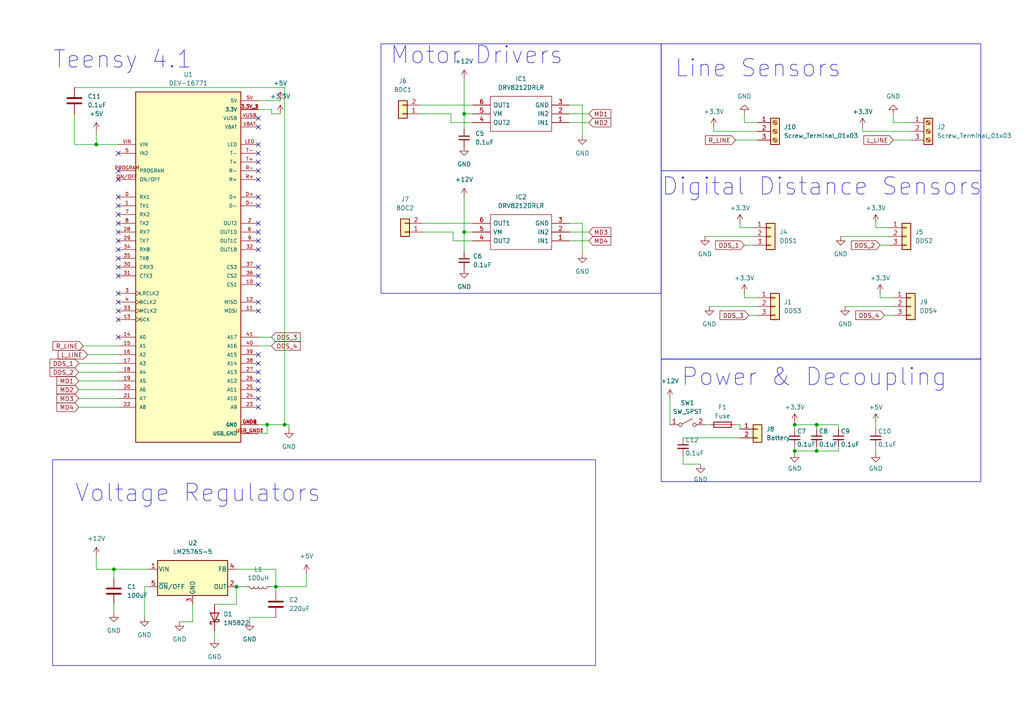
<source format=kicad_sch>
(kicad_sch (version 20230121) (generator eeschema)

  (uuid bfb4f8fa-e43b-463c-bdc3-769aafbe9403)

  (paper "A4")

  (title_block
    (title "Musubi Schematic")
    (company "bruh")
  )

  (lib_symbols
    (symbol "C_2" (pin_numbers hide) (pin_names (offset 0.254)) (in_bom yes) (on_board yes)
      (property "Reference" "C" (at 0.635 2.54 0)
        (effects (font (size 1.27 1.27)) (justify left))
      )
      (property "Value" "C" (at 0.635 -2.54 0)
        (effects (font (size 1.27 1.27)) (justify left))
      )
      (property "Footprint" "" (at 0.9652 -3.81 0)
        (effects (font (size 1.27 1.27)) hide)
      )
      (property "Datasheet" "~" (at 0 0 0)
        (effects (font (size 1.27 1.27)) hide)
      )
      (property "ki_keywords" "cap capacitor" (at 0 0 0)
        (effects (font (size 1.27 1.27)) hide)
      )
      (property "ki_description" "Unpolarized capacitor" (at 0 0 0)
        (effects (font (size 1.27 1.27)) hide)
      )
      (property "ki_fp_filters" "C_*" (at 0 0 0)
        (effects (font (size 1.27 1.27)) hide)
      )
      (symbol "C_2_0_1"
        (polyline
          (pts
            (xy -2.032 -0.762)
            (xy 2.032 -0.762)
          )
          (stroke (width 0.508) (type default))
          (fill (type none))
        )
        (polyline
          (pts
            (xy -2.032 0.762)
            (xy 2.032 0.762)
          )
          (stroke (width 0.508) (type default))
          (fill (type none))
        )
      )
      (symbol "C_2_1_1"
        (pin passive line (at 0 3.81 270) (length 2.794)
          (name "~" (effects (font (size 1.27 1.27))))
          (number "1" (effects (font (size 1.27 1.27))))
        )
        (pin passive line (at 0 -3.81 90) (length 2.794)
          (name "~" (effects (font (size 1.27 1.27))))
          (number "2" (effects (font (size 1.27 1.27))))
        )
      )
    )
    (symbol "C_3" (pin_numbers hide) (pin_names (offset 0.254)) (in_bom yes) (on_board yes)
      (property "Reference" "C" (at 0.635 2.54 0)
        (effects (font (size 1.27 1.27)) (justify left))
      )
      (property "Value" "C" (at 0.635 -2.54 0)
        (effects (font (size 1.27 1.27)) (justify left))
      )
      (property "Footprint" "" (at 0.9652 -3.81 0)
        (effects (font (size 1.27 1.27)) hide)
      )
      (property "Datasheet" "~" (at 0 0 0)
        (effects (font (size 1.27 1.27)) hide)
      )
      (property "ki_keywords" "cap capacitor" (at 0 0 0)
        (effects (font (size 1.27 1.27)) hide)
      )
      (property "ki_description" "Unpolarized capacitor" (at 0 0 0)
        (effects (font (size 1.27 1.27)) hide)
      )
      (property "ki_fp_filters" "C_*" (at 0 0 0)
        (effects (font (size 1.27 1.27)) hide)
      )
      (symbol "C_3_0_1"
        (polyline
          (pts
            (xy -2.032 -0.762)
            (xy 2.032 -0.762)
          )
          (stroke (width 0.508) (type default))
          (fill (type none))
        )
        (polyline
          (pts
            (xy -2.032 0.762)
            (xy 2.032 0.762)
          )
          (stroke (width 0.508) (type default))
          (fill (type none))
        )
      )
      (symbol "C_3_1_1"
        (pin passive line (at 0 3.81 270) (length 2.794)
          (name "~" (effects (font (size 1.27 1.27))))
          (number "1" (effects (font (size 1.27 1.27))))
        )
        (pin passive line (at 0 -3.81 90) (length 2.794)
          (name "~" (effects (font (size 1.27 1.27))))
          (number "2" (effects (font (size 1.27 1.27))))
        )
      )
    )
    (symbol "C_4" (pin_numbers hide) (pin_names (offset 0.254)) (in_bom yes) (on_board yes)
      (property "Reference" "C" (at 0.635 2.54 0)
        (effects (font (size 1.27 1.27)) (justify left))
      )
      (property "Value" "C" (at 0.635 -2.54 0)
        (effects (font (size 1.27 1.27)) (justify left))
      )
      (property "Footprint" "" (at 0.9652 -3.81 0)
        (effects (font (size 1.27 1.27)) hide)
      )
      (property "Datasheet" "~" (at 0 0 0)
        (effects (font (size 1.27 1.27)) hide)
      )
      (property "ki_keywords" "cap capacitor" (at 0 0 0)
        (effects (font (size 1.27 1.27)) hide)
      )
      (property "ki_description" "Unpolarized capacitor" (at 0 0 0)
        (effects (font (size 1.27 1.27)) hide)
      )
      (property "ki_fp_filters" "C_*" (at 0 0 0)
        (effects (font (size 1.27 1.27)) hide)
      )
      (symbol "C_4_0_1"
        (polyline
          (pts
            (xy -2.032 -0.762)
            (xy 2.032 -0.762)
          )
          (stroke (width 0.508) (type default))
          (fill (type none))
        )
        (polyline
          (pts
            (xy -2.032 0.762)
            (xy 2.032 0.762)
          )
          (stroke (width 0.508) (type default))
          (fill (type none))
        )
      )
      (symbol "C_4_1_1"
        (pin passive line (at 0 3.81 270) (length 2.794)
          (name "~" (effects (font (size 1.27 1.27))))
          (number "1" (effects (font (size 1.27 1.27))))
        )
        (pin passive line (at 0 -3.81 90) (length 2.794)
          (name "~" (effects (font (size 1.27 1.27))))
          (number "2" (effects (font (size 1.27 1.27))))
        )
      )
    )
    (symbol "Connector:Screw_Terminal_01x03" (pin_names (offset 1.016) hide) (in_bom yes) (on_board yes)
      (property "Reference" "J" (at 0 5.08 0)
        (effects (font (size 1.27 1.27)))
      )
      (property "Value" "Screw_Terminal_01x03" (at 0 -5.08 0)
        (effects (font (size 1.27 1.27)))
      )
      (property "Footprint" "" (at 0 0 0)
        (effects (font (size 1.27 1.27)) hide)
      )
      (property "Datasheet" "~" (at 0 0 0)
        (effects (font (size 1.27 1.27)) hide)
      )
      (property "ki_keywords" "screw terminal" (at 0 0 0)
        (effects (font (size 1.27 1.27)) hide)
      )
      (property "ki_description" "Generic screw terminal, single row, 01x03, script generated (kicad-library-utils/schlib/autogen/connector/)" (at 0 0 0)
        (effects (font (size 1.27 1.27)) hide)
      )
      (property "ki_fp_filters" "TerminalBlock*:*" (at 0 0 0)
        (effects (font (size 1.27 1.27)) hide)
      )
      (symbol "Screw_Terminal_01x03_1_1"
        (rectangle (start -1.27 3.81) (end 1.27 -3.81)
          (stroke (width 0.254) (type default))
          (fill (type background))
        )
        (circle (center 0 -2.54) (radius 0.635)
          (stroke (width 0.1524) (type default))
          (fill (type none))
        )
        (polyline
          (pts
            (xy -0.5334 -2.2098)
            (xy 0.3302 -3.048)
          )
          (stroke (width 0.1524) (type default))
          (fill (type none))
        )
        (polyline
          (pts
            (xy -0.5334 0.3302)
            (xy 0.3302 -0.508)
          )
          (stroke (width 0.1524) (type default))
          (fill (type none))
        )
        (polyline
          (pts
            (xy -0.5334 2.8702)
            (xy 0.3302 2.032)
          )
          (stroke (width 0.1524) (type default))
          (fill (type none))
        )
        (polyline
          (pts
            (xy -0.3556 -2.032)
            (xy 0.508 -2.8702)
          )
          (stroke (width 0.1524) (type default))
          (fill (type none))
        )
        (polyline
          (pts
            (xy -0.3556 0.508)
            (xy 0.508 -0.3302)
          )
          (stroke (width 0.1524) (type default))
          (fill (type none))
        )
        (polyline
          (pts
            (xy -0.3556 3.048)
            (xy 0.508 2.2098)
          )
          (stroke (width 0.1524) (type default))
          (fill (type none))
        )
        (circle (center 0 0) (radius 0.635)
          (stroke (width 0.1524) (type default))
          (fill (type none))
        )
        (circle (center 0 2.54) (radius 0.635)
          (stroke (width 0.1524) (type default))
          (fill (type none))
        )
        (pin passive line (at -5.08 2.54 0) (length 3.81)
          (name "Pin_1" (effects (font (size 1.27 1.27))))
          (number "1" (effects (font (size 1.27 1.27))))
        )
        (pin passive line (at -5.08 0 0) (length 3.81)
          (name "Pin_2" (effects (font (size 1.27 1.27))))
          (number "2" (effects (font (size 1.27 1.27))))
        )
        (pin passive line (at -5.08 -2.54 0) (length 3.81)
          (name "Pin_3" (effects (font (size 1.27 1.27))))
          (number "3" (effects (font (size 1.27 1.27))))
        )
      )
    )
    (symbol "Connector_Generic:Conn_01x02" (pin_names (offset 1.016) hide) (in_bom yes) (on_board yes)
      (property "Reference" "J" (at 0 2.54 0)
        (effects (font (size 1.27 1.27)))
      )
      (property "Value" "Conn_01x02" (at 0 -5.08 0)
        (effects (font (size 1.27 1.27)))
      )
      (property "Footprint" "" (at 0 0 0)
        (effects (font (size 1.27 1.27)) hide)
      )
      (property "Datasheet" "~" (at 0 0 0)
        (effects (font (size 1.27 1.27)) hide)
      )
      (property "ki_keywords" "connector" (at 0 0 0)
        (effects (font (size 1.27 1.27)) hide)
      )
      (property "ki_description" "Generic connector, single row, 01x02, script generated (kicad-library-utils/schlib/autogen/connector/)" (at 0 0 0)
        (effects (font (size 1.27 1.27)) hide)
      )
      (property "ki_fp_filters" "Connector*:*_1x??_*" (at 0 0 0)
        (effects (font (size 1.27 1.27)) hide)
      )
      (symbol "Conn_01x02_1_1"
        (rectangle (start -1.27 -2.413) (end 0 -2.667)
          (stroke (width 0.1524) (type default))
          (fill (type none))
        )
        (rectangle (start -1.27 0.127) (end 0 -0.127)
          (stroke (width 0.1524) (type default))
          (fill (type none))
        )
        (rectangle (start -1.27 1.27) (end 1.27 -3.81)
          (stroke (width 0.254) (type default))
          (fill (type background))
        )
        (pin passive line (at -5.08 0 0) (length 3.81)
          (name "Pin_1" (effects (font (size 1.27 1.27))))
          (number "1" (effects (font (size 1.27 1.27))))
        )
        (pin passive line (at -5.08 -2.54 0) (length 3.81)
          (name "Pin_2" (effects (font (size 1.27 1.27))))
          (number "2" (effects (font (size 1.27 1.27))))
        )
      )
    )
    (symbol "Connector_Generic:Conn_01x03" (pin_names (offset 1.016) hide) (in_bom yes) (on_board yes)
      (property "Reference" "J" (at 0 5.08 0)
        (effects (font (size 1.27 1.27)))
      )
      (property "Value" "Conn_01x03" (at 0 -5.08 0)
        (effects (font (size 1.27 1.27)))
      )
      (property "Footprint" "" (at 0 0 0)
        (effects (font (size 1.27 1.27)) hide)
      )
      (property "Datasheet" "~" (at 0 0 0)
        (effects (font (size 1.27 1.27)) hide)
      )
      (property "ki_keywords" "connector" (at 0 0 0)
        (effects (font (size 1.27 1.27)) hide)
      )
      (property "ki_description" "Generic connector, single row, 01x03, script generated (kicad-library-utils/schlib/autogen/connector/)" (at 0 0 0)
        (effects (font (size 1.27 1.27)) hide)
      )
      (property "ki_fp_filters" "Connector*:*_1x??_*" (at 0 0 0)
        (effects (font (size 1.27 1.27)) hide)
      )
      (symbol "Conn_01x03_1_1"
        (rectangle (start -1.27 -2.413) (end 0 -2.667)
          (stroke (width 0.1524) (type default))
          (fill (type none))
        )
        (rectangle (start -1.27 0.127) (end 0 -0.127)
          (stroke (width 0.1524) (type default))
          (fill (type none))
        )
        (rectangle (start -1.27 2.667) (end 0 2.413)
          (stroke (width 0.1524) (type default))
          (fill (type none))
        )
        (rectangle (start -1.27 3.81) (end 1.27 -3.81)
          (stroke (width 0.254) (type default))
          (fill (type background))
        )
        (pin passive line (at -5.08 2.54 0) (length 3.81)
          (name "Pin_1" (effects (font (size 1.27 1.27))))
          (number "1" (effects (font (size 1.27 1.27))))
        )
        (pin passive line (at -5.08 0 0) (length 3.81)
          (name "Pin_2" (effects (font (size 1.27 1.27))))
          (number "2" (effects (font (size 1.27 1.27))))
        )
        (pin passive line (at -5.08 -2.54 0) (length 3.81)
          (name "Pin_3" (effects (font (size 1.27 1.27))))
          (number "3" (effects (font (size 1.27 1.27))))
        )
      )
    )
    (symbol "DEV-16771:DEV-16771" (pin_names (offset 1.016)) (in_bom yes) (on_board yes)
      (property "Reference" "U" (at -15.24 52.07 0)
        (effects (font (size 1.27 1.27)) (justify left bottom))
      )
      (property "Value" "DEV-16771" (at -15.24 -53.34 0)
        (effects (font (size 1.27 1.27)) (justify left bottom))
      )
      (property "Footprint" "DEV-16771:MODULE_DEV-16771" (at 0 0 0)
        (effects (font (size 1.27 1.27)) (justify bottom) hide)
      )
      (property "Datasheet" "" (at 0 0 0)
        (effects (font (size 1.27 1.27)) hide)
      )
      (property "MF" "SparkFun Electronics" (at 0 0 0)
        (effects (font (size 1.27 1.27)) (justify bottom) hide)
      )
      (property "MAXIMUM_PACKAGE_HEIGHT" "4.07mm" (at 0 0 0)
        (effects (font (size 1.27 1.27)) (justify bottom) hide)
      )
      (property "Package" "None" (at 0 0 0)
        (effects (font (size 1.27 1.27)) (justify bottom) hide)
      )
      (property "Price" "None" (at 0 0 0)
        (effects (font (size 1.27 1.27)) (justify bottom) hide)
      )
      (property "Check_prices" "https://www.snapeda.com/parts/DEV-16771/SparkFun+Electronics/view-part/?ref=eda" (at 0 0 0)
        (effects (font (size 1.27 1.27)) (justify bottom) hide)
      )
      (property "STANDARD" "Manufacturer recommendations" (at 0 0 0)
        (effects (font (size 1.27 1.27)) (justify bottom) hide)
      )
      (property "PARTREV" "4.1" (at 0 0 0)
        (effects (font (size 1.27 1.27)) (justify bottom) hide)
      )
      (property "SnapEDA_Link" "https://www.snapeda.com/parts/DEV-16771/SparkFun+Electronics/view-part/?ref=snap" (at 0 0 0)
        (effects (font (size 1.27 1.27)) (justify bottom) hide)
      )
      (property "MP" "DEV-16771" (at 0 0 0)
        (effects (font (size 1.27 1.27)) (justify bottom) hide)
      )
      (property "Purchase-URL" "https://www.snapeda.com/api/url_track_click_mouser/?unipart_id=4833875&manufacturer=SparkFun Electronics&part_name=DEV-16771&search_term=None" (at 0 0 0)
        (effects (font (size 1.27 1.27)) (justify bottom) hide)
      )
      (property "Description" "\nRT1062 Teensy 4.1 series ARM® Cortex®-M7 MPU Embedded Evaluation Board\n" (at 0 0 0)
        (effects (font (size 1.27 1.27)) (justify bottom) hide)
      )
      (property "Availability" "In Stock" (at 0 0 0)
        (effects (font (size 1.27 1.27)) (justify bottom) hide)
      )
      (property "MANUFACTURER" "SparkFun Electronics" (at 0 0 0)
        (effects (font (size 1.27 1.27)) (justify bottom) hide)
      )
      (symbol "DEV-16771_0_0"
        (rectangle (start -15.24 -50.8) (end 15.24 50.8)
          (stroke (width 0.254) (type default))
          (fill (type background))
        )
        (pin bidirectional line (at -20.32 20.32 0) (length 5.08)
          (name "RX1" (effects (font (size 1.016 1.016))))
          (number "0" (effects (font (size 1.016 1.016))))
        )
        (pin bidirectional line (at -20.32 17.78 0) (length 5.08)
          (name "TX1" (effects (font (size 1.016 1.016))))
          (number "1" (effects (font (size 1.016 1.016))))
        )
        (pin bidirectional line (at 20.32 -5.08 180) (length 5.08)
          (name "CS1" (effects (font (size 1.016 1.016))))
          (number "10" (effects (font (size 1.016 1.016))))
        )
        (pin bidirectional line (at 20.32 -12.7 180) (length 5.08)
          (name "MOSI" (effects (font (size 1.016 1.016))))
          (number "11" (effects (font (size 1.016 1.016))))
        )
        (pin bidirectional line (at 20.32 -10.16 180) (length 5.08)
          (name "MISO" (effects (font (size 1.016 1.016))))
          (number "12" (effects (font (size 1.016 1.016))))
        )
        (pin bidirectional clock (at -20.32 -15.24 0) (length 5.08)
          (name "SCK" (effects (font (size 1.016 1.016))))
          (number "13" (effects (font (size 1.016 1.016))))
        )
        (pin bidirectional line (at -20.32 -20.32 0) (length 5.08)
          (name "A0" (effects (font (size 1.016 1.016))))
          (number "14" (effects (font (size 1.016 1.016))))
        )
        (pin bidirectional line (at -20.32 -22.86 0) (length 5.08)
          (name "A1" (effects (font (size 1.016 1.016))))
          (number "15" (effects (font (size 1.016 1.016))))
        )
        (pin bidirectional line (at -20.32 -25.4 0) (length 5.08)
          (name "A2" (effects (font (size 1.016 1.016))))
          (number "16" (effects (font (size 1.016 1.016))))
        )
        (pin bidirectional line (at -20.32 -27.94 0) (length 5.08)
          (name "A3" (effects (font (size 1.016 1.016))))
          (number "17" (effects (font (size 1.016 1.016))))
        )
        (pin bidirectional line (at -20.32 -30.48 0) (length 5.08)
          (name "A4" (effects (font (size 1.016 1.016))))
          (number "18" (effects (font (size 1.016 1.016))))
        )
        (pin bidirectional line (at -20.32 -33.02 0) (length 5.08)
          (name "A5" (effects (font (size 1.016 1.016))))
          (number "19" (effects (font (size 1.016 1.016))))
        )
        (pin output line (at 20.32 12.7 180) (length 5.08)
          (name "OUT2" (effects (font (size 1.016 1.016))))
          (number "2" (effects (font (size 1.016 1.016))))
        )
        (pin bidirectional line (at -20.32 -35.56 0) (length 5.08)
          (name "A6" (effects (font (size 1.016 1.016))))
          (number "20" (effects (font (size 1.016 1.016))))
        )
        (pin bidirectional line (at -20.32 -38.1 0) (length 5.08)
          (name "A7" (effects (font (size 1.016 1.016))))
          (number "21" (effects (font (size 1.016 1.016))))
        )
        (pin bidirectional line (at -20.32 -40.64 0) (length 5.08)
          (name "A8" (effects (font (size 1.016 1.016))))
          (number "22" (effects (font (size 1.016 1.016))))
        )
        (pin bidirectional line (at 20.32 -40.64 180) (length 5.08)
          (name "A9" (effects (font (size 1.016 1.016))))
          (number "23" (effects (font (size 1.016 1.016))))
        )
        (pin bidirectional line (at 20.32 -38.1 180) (length 5.08)
          (name "A10" (effects (font (size 1.016 1.016))))
          (number "24" (effects (font (size 1.016 1.016))))
        )
        (pin bidirectional line (at 20.32 -35.56 180) (length 5.08)
          (name "A11" (effects (font (size 1.016 1.016))))
          (number "25" (effects (font (size 1.016 1.016))))
        )
        (pin bidirectional line (at 20.32 -33.02 180) (length 5.08)
          (name "A12" (effects (font (size 1.016 1.016))))
          (number "26" (effects (font (size 1.016 1.016))))
        )
        (pin bidirectional line (at 20.32 -30.48 180) (length 5.08)
          (name "A13" (effects (font (size 1.016 1.016))))
          (number "27" (effects (font (size 1.016 1.016))))
        )
        (pin bidirectional line (at -20.32 10.16 0) (length 5.08)
          (name "RX7" (effects (font (size 1.016 1.016))))
          (number "28" (effects (font (size 1.016 1.016))))
        )
        (pin bidirectional line (at -20.32 7.62 0) (length 5.08)
          (name "TX7" (effects (font (size 1.016 1.016))))
          (number "29" (effects (font (size 1.016 1.016))))
        )
        (pin bidirectional clock (at -20.32 -7.62 0) (length 5.08)
          (name "LRCLK2" (effects (font (size 1.016 1.016))))
          (number "3" (effects (font (size 1.016 1.016))))
        )
        (pin power_in line (at 20.32 45.72 180) (length 5.08)
          (name "3.3V" (effects (font (size 1.016 1.016))))
          (number "3.3V_1" (effects (font (size 1.016 1.016))))
        )
        (pin power_in line (at 20.32 45.72 180) (length 5.08)
          (name "3.3V" (effects (font (size 1.016 1.016))))
          (number "3.3V_2" (effects (font (size 1.016 1.016))))
        )
        (pin power_in line (at 20.32 45.72 180) (length 5.08)
          (name "3.3V" (effects (font (size 1.016 1.016))))
          (number "3.3V_3" (effects (font (size 1.016 1.016))))
        )
        (pin bidirectional line (at -20.32 0 0) (length 5.08)
          (name "CRX3" (effects (font (size 1.016 1.016))))
          (number "30" (effects (font (size 1.016 1.016))))
        )
        (pin bidirectional line (at -20.32 -2.54 0) (length 5.08)
          (name "CTX3" (effects (font (size 1.016 1.016))))
          (number "31" (effects (font (size 1.016 1.016))))
        )
        (pin output line (at 20.32 5.08 180) (length 5.08)
          (name "OUT1B" (effects (font (size 1.016 1.016))))
          (number "32" (effects (font (size 1.016 1.016))))
        )
        (pin bidirectional clock (at -20.32 -12.7 0) (length 5.08)
          (name "MCLK2" (effects (font (size 1.016 1.016))))
          (number "33" (effects (font (size 1.016 1.016))))
        )
        (pin bidirectional line (at -20.32 5.08 0) (length 5.08)
          (name "RX8" (effects (font (size 1.016 1.016))))
          (number "34" (effects (font (size 1.016 1.016))))
        )
        (pin bidirectional line (at -20.32 2.54 0) (length 5.08)
          (name "TX8" (effects (font (size 1.016 1.016))))
          (number "35" (effects (font (size 1.016 1.016))))
        )
        (pin bidirectional line (at 20.32 -2.54 180) (length 5.08)
          (name "CS2" (effects (font (size 1.016 1.016))))
          (number "36" (effects (font (size 1.016 1.016))))
        )
        (pin bidirectional line (at 20.32 0 180) (length 5.08)
          (name "CS3" (effects (font (size 1.016 1.016))))
          (number "37" (effects (font (size 1.016 1.016))))
        )
        (pin bidirectional line (at 20.32 -27.94 180) (length 5.08)
          (name "A14" (effects (font (size 1.016 1.016))))
          (number "38" (effects (font (size 1.016 1.016))))
        )
        (pin bidirectional line (at 20.32 -25.4 180) (length 5.08)
          (name "A15" (effects (font (size 1.016 1.016))))
          (number "39" (effects (font (size 1.016 1.016))))
        )
        (pin bidirectional clock (at -20.32 -10.16 0) (length 5.08)
          (name "BCLK2" (effects (font (size 1.016 1.016))))
          (number "4" (effects (font (size 1.016 1.016))))
        )
        (pin bidirectional line (at 20.32 -22.86 180) (length 5.08)
          (name "A16" (effects (font (size 1.016 1.016))))
          (number "40" (effects (font (size 1.016 1.016))))
        )
        (pin bidirectional line (at 20.32 -20.32 180) (length 5.08)
          (name "A17" (effects (font (size 1.016 1.016))))
          (number "41" (effects (font (size 1.016 1.016))))
        )
        (pin bidirectional line (at -20.32 33.02 0) (length 5.08)
          (name "IN2" (effects (font (size 1.016 1.016))))
          (number "5" (effects (font (size 1.016 1.016))))
        )
        (pin power_in line (at 20.32 48.26 180) (length 5.08)
          (name "5V" (effects (font (size 1.016 1.016))))
          (number "5V" (effects (font (size 1.016 1.016))))
        )
        (pin output line (at 20.32 10.16 180) (length 5.08)
          (name "OUT1D" (effects (font (size 1.016 1.016))))
          (number "6" (effects (font (size 1.016 1.016))))
        )
        (pin bidirectional line (at -20.32 15.24 0) (length 5.08)
          (name "RX2" (effects (font (size 1.016 1.016))))
          (number "7" (effects (font (size 1.016 1.016))))
        )
        (pin bidirectional line (at -20.32 12.7 0) (length 5.08)
          (name "TX2" (effects (font (size 1.016 1.016))))
          (number "8" (effects (font (size 1.016 1.016))))
        )
        (pin output line (at 20.32 7.62 180) (length 5.08)
          (name "OUT1C" (effects (font (size 1.016 1.016))))
          (number "9" (effects (font (size 1.016 1.016))))
        )
        (pin bidirectional line (at 20.32 20.32 180) (length 5.08)
          (name "D+" (effects (font (size 1.016 1.016))))
          (number "D+" (effects (font (size 1.016 1.016))))
        )
        (pin bidirectional line (at 20.32 17.78 180) (length 5.08)
          (name "D-" (effects (font (size 1.016 1.016))))
          (number "D-" (effects (font (size 1.016 1.016))))
        )
        (pin power_in line (at 20.32 -45.72 180) (length 5.08)
          (name "GND" (effects (font (size 1.016 1.016))))
          (number "GND1" (effects (font (size 1.016 1.016))))
        )
        (pin power_in line (at 20.32 -45.72 180) (length 5.08)
          (name "GND" (effects (font (size 1.016 1.016))))
          (number "GND2" (effects (font (size 1.016 1.016))))
        )
        (pin power_in line (at 20.32 -45.72 180) (length 5.08)
          (name "GND" (effects (font (size 1.016 1.016))))
          (number "GND3" (effects (font (size 1.016 1.016))))
        )
        (pin power_in line (at 20.32 -45.72 180) (length 5.08)
          (name "GND" (effects (font (size 1.016 1.016))))
          (number "GND4" (effects (font (size 1.016 1.016))))
        )
        (pin power_in line (at 20.32 -45.72 180) (length 5.08)
          (name "GND" (effects (font (size 1.016 1.016))))
          (number "GND5" (effects (font (size 1.016 1.016))))
        )
        (pin bidirectional line (at 20.32 35.56 180) (length 5.08)
          (name "LED" (effects (font (size 1.016 1.016))))
          (number "LED" (effects (font (size 1.016 1.016))))
        )
        (pin bidirectional line (at -20.32 25.4 0) (length 5.08)
          (name "ON/OFF" (effects (font (size 1.016 1.016))))
          (number "ON/OFF" (effects (font (size 1.016 1.016))))
        )
        (pin bidirectional line (at -20.32 27.94 0) (length 5.08)
          (name "PROGRAM" (effects (font (size 1.016 1.016))))
          (number "PROGRAM" (effects (font (size 1.016 1.016))))
        )
        (pin bidirectional line (at 20.32 25.4 180) (length 5.08)
          (name "R+" (effects (font (size 1.016 1.016))))
          (number "R+" (effects (font (size 1.016 1.016))))
        )
        (pin bidirectional line (at 20.32 27.94 180) (length 5.08)
          (name "R-" (effects (font (size 1.016 1.016))))
          (number "R-" (effects (font (size 1.016 1.016))))
        )
        (pin bidirectional line (at 20.32 30.48 180) (length 5.08)
          (name "T+" (effects (font (size 1.016 1.016))))
          (number "T+" (effects (font (size 1.016 1.016))))
        )
        (pin bidirectional line (at 20.32 33.02 180) (length 5.08)
          (name "T-" (effects (font (size 1.016 1.016))))
          (number "T-" (effects (font (size 1.016 1.016))))
        )
        (pin power_in line (at 20.32 -48.26 180) (length 5.08)
          (name "USB_GND" (effects (font (size 1.016 1.016))))
          (number "USB_GND1" (effects (font (size 1.016 1.016))))
        )
        (pin power_in line (at 20.32 -48.26 180) (length 5.08)
          (name "USB_GND" (effects (font (size 1.016 1.016))))
          (number "USB_GND2" (effects (font (size 1.016 1.016))))
        )
        (pin passive line (at 20.32 40.64 180) (length 5.08)
          (name "VBAT" (effects (font (size 1.016 1.016))))
          (number "VBAT" (effects (font (size 1.016 1.016))))
        )
        (pin input line (at -20.32 35.56 0) (length 5.08)
          (name "VIN" (effects (font (size 1.016 1.016))))
          (number "VIN" (effects (font (size 1.016 1.016))))
        )
        (pin passive line (at 20.32 43.18 180) (length 5.08)
          (name "VUSB" (effects (font (size 1.016 1.016))))
          (number "VUSB" (effects (font (size 1.016 1.016))))
        )
      )
    )
    (symbol "DRV8212DRLR:DRV8212DRLR" (pin_names (offset 0.762)) (in_bom yes) (on_board yes)
      (property "Reference" "IC" (at 24.13 7.62 0)
        (effects (font (size 1.27 1.27)) (justify left))
      )
      (property "Value" "DRV8212DRLR" (at 24.13 5.08 0)
        (effects (font (size 1.27 1.27)) (justify left))
      )
      (property "Footprint" "SOTFL50P160X60-6N" (at 24.13 2.54 0)
        (effects (font (size 1.27 1.27)) (justify left) hide)
      )
      (property "Datasheet" "https://www.ti.com/lit/ds/symlink/drv8212.pdf?ts=1631761675954&ref_url=https%253A%252F%252Fwww.ti.com%252Fstore%252Fti%252Fen%252Fp%252Fproduct%252F%253Fp%253DDRV8212DRLR%2526keyMatch%253DDRV8212DRLR%2526tisearch%253Dsearch-everything%2526usecase%253DOPN" (at 24.13 0 0)
        (effects (font (size 1.27 1.27)) (justify left) hide)
      )
      (property "Description" "Motor / Motion / Ignition Controllers & Drivers 12-V, 2-A Low voltage H-bridge motor driver" (at 24.13 -2.54 0)
        (effects (font (size 1.27 1.27)) (justify left) hide)
      )
      (property "Height" "0.6" (at 24.13 -5.08 0)
        (effects (font (size 1.27 1.27)) (justify left) hide)
      )
      (property "Manufacturer_Name" "Texas Instruments" (at 24.13 -7.62 0)
        (effects (font (size 1.27 1.27)) (justify left) hide)
      )
      (property "Manufacturer_Part_Number" "DRV8212DRLR" (at 24.13 -10.16 0)
        (effects (font (size 1.27 1.27)) (justify left) hide)
      )
      (property "Mouser Part Number" "595-DRV8212DRLR" (at 24.13 -12.7 0)
        (effects (font (size 1.27 1.27)) (justify left) hide)
      )
      (property "Mouser Price/Stock" "https://www.mouser.co.uk/ProductDetail/Texas-Instruments/DRV8212DRLR?qs=7D1LtPJG0i3wtDTC%2FUQdKg%3D%3D" (at 24.13 -15.24 0)
        (effects (font (size 1.27 1.27)) (justify left) hide)
      )
      (property "Arrow Part Number" "" (at 24.13 -17.78 0)
        (effects (font (size 1.27 1.27)) (justify left) hide)
      )
      (property "Arrow Price/Stock" "" (at 24.13 -20.32 0)
        (effects (font (size 1.27 1.27)) (justify left) hide)
      )
      (property "ki_description" "Motor / Motion / Ignition Controllers & Drivers 12-V, 2-A Low voltage H-bridge motor driver" (at 0 0 0)
        (effects (font (size 1.27 1.27)) hide)
      )
      (symbol "DRV8212DRLR_0_0"
        (pin passive line (at 0 0 0) (length 5.08)
          (name "IN1" (effects (font (size 1.27 1.27))))
          (number "1" (effects (font (size 1.27 1.27))))
        )
        (pin passive line (at 0 -2.54 0) (length 5.08)
          (name "IN2" (effects (font (size 1.27 1.27))))
          (number "2" (effects (font (size 1.27 1.27))))
        )
        (pin passive line (at 0 -5.08 0) (length 5.08)
          (name "GND" (effects (font (size 1.27 1.27))))
          (number "3" (effects (font (size 1.27 1.27))))
        )
        (pin passive line (at 27.94 0 180) (length 5.08)
          (name "OUT2" (effects (font (size 1.27 1.27))))
          (number "4" (effects (font (size 1.27 1.27))))
        )
        (pin passive line (at 27.94 -2.54 180) (length 5.08)
          (name "VM" (effects (font (size 1.27 1.27))))
          (number "5" (effects (font (size 1.27 1.27))))
        )
        (pin passive line (at 27.94 -5.08 180) (length 5.08)
          (name "OUT1" (effects (font (size 1.27 1.27))))
          (number "6" (effects (font (size 1.27 1.27))))
        )
      )
      (symbol "DRV8212DRLR_0_1"
        (polyline
          (pts
            (xy 5.08 2.54)
            (xy 22.86 2.54)
            (xy 22.86 -7.62)
            (xy 5.08 -7.62)
            (xy 5.08 2.54)
          )
          (stroke (width 0.1524) (type default))
          (fill (type none))
        )
      )
    )
    (symbol "Device:C_Small" (pin_numbers hide) (pin_names (offset 0.254) hide) (in_bom yes) (on_board yes)
      (property "Reference" "C" (at 0.254 1.778 0)
        (effects (font (size 1.27 1.27)) (justify left))
      )
      (property "Value" "C_Small" (at 0.254 -2.032 0)
        (effects (font (size 1.27 1.27)) (justify left))
      )
      (property "Footprint" "" (at 0 0 0)
        (effects (font (size 1.27 1.27)) hide)
      )
      (property "Datasheet" "~" (at 0 0 0)
        (effects (font (size 1.27 1.27)) hide)
      )
      (property "ki_keywords" "capacitor cap" (at 0 0 0)
        (effects (font (size 1.27 1.27)) hide)
      )
      (property "ki_description" "Unpolarized capacitor, small symbol" (at 0 0 0)
        (effects (font (size 1.27 1.27)) hide)
      )
      (property "ki_fp_filters" "C_*" (at 0 0 0)
        (effects (font (size 1.27 1.27)) hide)
      )
      (symbol "C_Small_0_1"
        (polyline
          (pts
            (xy -1.524 -0.508)
            (xy 1.524 -0.508)
          )
          (stroke (width 0.3302) (type default))
          (fill (type none))
        )
        (polyline
          (pts
            (xy -1.524 0.508)
            (xy 1.524 0.508)
          )
          (stroke (width 0.3048) (type default))
          (fill (type none))
        )
      )
      (symbol "C_Small_1_1"
        (pin passive line (at 0 2.54 270) (length 2.032)
          (name "~" (effects (font (size 1.27 1.27))))
          (number "1" (effects (font (size 1.27 1.27))))
        )
        (pin passive line (at 0 -2.54 90) (length 2.032)
          (name "~" (effects (font (size 1.27 1.27))))
          (number "2" (effects (font (size 1.27 1.27))))
        )
      )
    )
    (symbol "Device:Fuse" (pin_numbers hide) (pin_names (offset 0)) (in_bom yes) (on_board yes)
      (property "Reference" "F" (at 2.032 0 90)
        (effects (font (size 1.27 1.27)))
      )
      (property "Value" "Fuse" (at -1.905 0 90)
        (effects (font (size 1.27 1.27)))
      )
      (property "Footprint" "" (at -1.778 0 90)
        (effects (font (size 1.27 1.27)) hide)
      )
      (property "Datasheet" "~" (at 0 0 0)
        (effects (font (size 1.27 1.27)) hide)
      )
      (property "ki_keywords" "fuse" (at 0 0 0)
        (effects (font (size 1.27 1.27)) hide)
      )
      (property "ki_description" "Fuse" (at 0 0 0)
        (effects (font (size 1.27 1.27)) hide)
      )
      (property "ki_fp_filters" "*Fuse*" (at 0 0 0)
        (effects (font (size 1.27 1.27)) hide)
      )
      (symbol "Fuse_0_1"
        (rectangle (start -0.762 -2.54) (end 0.762 2.54)
          (stroke (width 0.254) (type default))
          (fill (type none))
        )
        (polyline
          (pts
            (xy 0 2.54)
            (xy 0 -2.54)
          )
          (stroke (width 0) (type default))
          (fill (type none))
        )
      )
      (symbol "Fuse_1_1"
        (pin passive line (at 0 3.81 270) (length 1.27)
          (name "~" (effects (font (size 1.27 1.27))))
          (number "1" (effects (font (size 1.27 1.27))))
        )
        (pin passive line (at 0 -3.81 90) (length 1.27)
          (name "~" (effects (font (size 1.27 1.27))))
          (number "2" (effects (font (size 1.27 1.27))))
        )
      )
    )
    (symbol "Diode:1N5822" (pin_numbers hide) (pin_names (offset 1.016) hide) (in_bom yes) (on_board yes)
      (property "Reference" "D" (at 0 2.54 0)
        (effects (font (size 1.27 1.27)))
      )
      (property "Value" "1N5822" (at 0 -2.54 0)
        (effects (font (size 1.27 1.27)))
      )
      (property "Footprint" "Diode_THT:D_DO-201AD_P15.24mm_Horizontal" (at 0 -4.445 0)
        (effects (font (size 1.27 1.27)) hide)
      )
      (property "Datasheet" "http://www.vishay.com/docs/88526/1n5820.pdf" (at 0 0 0)
        (effects (font (size 1.27 1.27)) hide)
      )
      (property "ki_keywords" "diode Schottky" (at 0 0 0)
        (effects (font (size 1.27 1.27)) hide)
      )
      (property "ki_description" "40V 3A Schottky Barrier Rectifier Diode, DO-201AD" (at 0 0 0)
        (effects (font (size 1.27 1.27)) hide)
      )
      (property "ki_fp_filters" "D*DO?201AD*" (at 0 0 0)
        (effects (font (size 1.27 1.27)) hide)
      )
      (symbol "1N5822_0_1"
        (polyline
          (pts
            (xy 1.27 0)
            (xy -1.27 0)
          )
          (stroke (width 0) (type default))
          (fill (type none))
        )
        (polyline
          (pts
            (xy 1.27 1.27)
            (xy 1.27 -1.27)
            (xy -1.27 0)
            (xy 1.27 1.27)
          )
          (stroke (width 0.254) (type default))
          (fill (type none))
        )
        (polyline
          (pts
            (xy -1.905 0.635)
            (xy -1.905 1.27)
            (xy -1.27 1.27)
            (xy -1.27 -1.27)
            (xy -0.635 -1.27)
            (xy -0.635 -0.635)
          )
          (stroke (width 0.254) (type default))
          (fill (type none))
        )
      )
      (symbol "1N5822_1_1"
        (pin passive line (at -3.81 0 0) (length 2.54)
          (name "K" (effects (font (size 1.27 1.27))))
          (number "1" (effects (font (size 1.27 1.27))))
        )
        (pin passive line (at 3.81 0 180) (length 2.54)
          (name "A" (effects (font (size 1.27 1.27))))
          (number "2" (effects (font (size 1.27 1.27))))
        )
      )
    )
    (symbol "L_1" (pin_numbers hide) (pin_names (offset 1.016) hide) (in_bom yes) (on_board yes)
      (property "Reference" "L" (at -1.27 0 90)
        (effects (font (size 1.27 1.27)))
      )
      (property "Value" "L" (at 1.905 0 90)
        (effects (font (size 1.27 1.27)))
      )
      (property "Footprint" "" (at 0 0 0)
        (effects (font (size 1.27 1.27)) hide)
      )
      (property "Datasheet" "~" (at 0 0 0)
        (effects (font (size 1.27 1.27)) hide)
      )
      (property "ki_keywords" "inductor choke coil reactor magnetic" (at 0 0 0)
        (effects (font (size 1.27 1.27)) hide)
      )
      (property "ki_description" "Inductor" (at 0 0 0)
        (effects (font (size 1.27 1.27)) hide)
      )
      (property "ki_fp_filters" "Choke_* *Coil* Inductor_* L_*" (at 0 0 0)
        (effects (font (size 1.27 1.27)) hide)
      )
      (symbol "L_1_0_1"
        (arc (start 0 -2.54) (mid 0.6323 -1.905) (end 0 -1.27)
          (stroke (width 0) (type default))
          (fill (type none))
        )
        (arc (start 0 -1.27) (mid 0.6323 -0.635) (end 0 0)
          (stroke (width 0) (type default))
          (fill (type none))
        )
        (arc (start 0 0) (mid 0.6323 0.635) (end 0 1.27)
          (stroke (width 0) (type default))
          (fill (type none))
        )
        (arc (start 0 1.27) (mid 0.6323 1.905) (end 0 2.54)
          (stroke (width 0) (type default))
          (fill (type none))
        )
      )
      (symbol "L_1_1_1"
        (pin passive line (at 0 3.81 270) (length 1.27)
          (name "1" (effects (font (size 1.27 1.27))))
          (number "1" (effects (font (size 1.27 1.27))))
        )
        (pin passive line (at 0 -3.81 90) (length 1.27)
          (name "2" (effects (font (size 1.27 1.27))))
          (number "2" (effects (font (size 1.27 1.27))))
        )
      )
    )
    (symbol "Regulator_Switching:LM2576S-5" (pin_names (offset 0.254)) (in_bom yes) (on_board yes)
      (property "Reference" "U" (at -10.16 6.35 0)
        (effects (font (size 1.27 1.27)) (justify left))
      )
      (property "Value" "LM2576S-5" (at 0 6.35 0)
        (effects (font (size 1.27 1.27)) (justify left))
      )
      (property "Footprint" "Package_TO_SOT_SMD:TO-263-5_TabPin3" (at 0 -6.35 0)
        (effects (font (size 1.27 1.27) italic) (justify left) hide)
      )
      (property "Datasheet" "http://www.ti.com/lit/ds/symlink/lm2576.pdf" (at 0 0 0)
        (effects (font (size 1.27 1.27)) hide)
      )
      (property "ki_keywords" "Step-Down Voltage Regulator 5V 3A" (at 0 0 0)
        (effects (font (size 1.27 1.27)) hide)
      )
      (property "ki_description" "5V, 3A SIMPLE SWITCHER® Step-Down Voltage Regulator, TO-263" (at 0 0 0)
        (effects (font (size 1.27 1.27)) hide)
      )
      (property "ki_fp_filters" "TO?263*" (at 0 0 0)
        (effects (font (size 1.27 1.27)) hide)
      )
      (symbol "LM2576S-5_0_1"
        (rectangle (start -10.16 5.08) (end 10.16 -5.08)
          (stroke (width 0.254) (type default))
          (fill (type background))
        )
      )
      (symbol "LM2576S-5_1_1"
        (pin power_in line (at -12.7 2.54 0) (length 2.54)
          (name "VIN" (effects (font (size 1.27 1.27))))
          (number "1" (effects (font (size 1.27 1.27))))
        )
        (pin output line (at 12.7 -2.54 180) (length 2.54)
          (name "OUT" (effects (font (size 1.27 1.27))))
          (number "2" (effects (font (size 1.27 1.27))))
        )
        (pin power_in line (at 0 -7.62 90) (length 2.54)
          (name "GND" (effects (font (size 1.27 1.27))))
          (number "3" (effects (font (size 1.27 1.27))))
        )
        (pin input line (at 12.7 2.54 180) (length 2.54)
          (name "FB" (effects (font (size 1.27 1.27))))
          (number "4" (effects (font (size 1.27 1.27))))
        )
        (pin input line (at -12.7 -2.54 0) (length 2.54)
          (name "~{ON}/OFF" (effects (font (size 1.27 1.27))))
          (number "5" (effects (font (size 1.27 1.27))))
        )
      )
    )
    (symbol "Switch:SW_SPST" (pin_names (offset 0) hide) (in_bom yes) (on_board yes)
      (property "Reference" "SW" (at 0 3.175 0)
        (effects (font (size 1.27 1.27)))
      )
      (property "Value" "SW_SPST" (at 0 -2.54 0)
        (effects (font (size 1.27 1.27)))
      )
      (property "Footprint" "" (at 0 0 0)
        (effects (font (size 1.27 1.27)) hide)
      )
      (property "Datasheet" "~" (at 0 0 0)
        (effects (font (size 1.27 1.27)) hide)
      )
      (property "ki_keywords" "switch lever" (at 0 0 0)
        (effects (font (size 1.27 1.27)) hide)
      )
      (property "ki_description" "Single Pole Single Throw (SPST) switch" (at 0 0 0)
        (effects (font (size 1.27 1.27)) hide)
      )
      (symbol "SW_SPST_0_0"
        (circle (center -2.032 0) (radius 0.508)
          (stroke (width 0) (type default))
          (fill (type none))
        )
        (polyline
          (pts
            (xy -1.524 0.254)
            (xy 1.524 1.778)
          )
          (stroke (width 0) (type default))
          (fill (type none))
        )
        (circle (center 2.032 0) (radius 0.508)
          (stroke (width 0) (type default))
          (fill (type none))
        )
      )
      (symbol "SW_SPST_1_1"
        (pin passive line (at -5.08 0 0) (length 2.54)
          (name "A" (effects (font (size 1.27 1.27))))
          (number "1" (effects (font (size 1.27 1.27))))
        )
        (pin passive line (at 5.08 0 180) (length 2.54)
          (name "B" (effects (font (size 1.27 1.27))))
          (number "2" (effects (font (size 1.27 1.27))))
        )
      )
    )
    (symbol "power:+12V" (power) (pin_names (offset 0)) (in_bom yes) (on_board yes)
      (property "Reference" "#PWR" (at 0 -3.81 0)
        (effects (font (size 1.27 1.27)) hide)
      )
      (property "Value" "+12V" (at 0 3.556 0)
        (effects (font (size 1.27 1.27)))
      )
      (property "Footprint" "" (at 0 0 0)
        (effects (font (size 1.27 1.27)) hide)
      )
      (property "Datasheet" "" (at 0 0 0)
        (effects (font (size 1.27 1.27)) hide)
      )
      (property "ki_keywords" "global power" (at 0 0 0)
        (effects (font (size 1.27 1.27)) hide)
      )
      (property "ki_description" "Power symbol creates a global label with name \"+12V\"" (at 0 0 0)
        (effects (font (size 1.27 1.27)) hide)
      )
      (symbol "+12V_0_1"
        (polyline
          (pts
            (xy -0.762 1.27)
            (xy 0 2.54)
          )
          (stroke (width 0) (type default))
          (fill (type none))
        )
        (polyline
          (pts
            (xy 0 0)
            (xy 0 2.54)
          )
          (stroke (width 0) (type default))
          (fill (type none))
        )
        (polyline
          (pts
            (xy 0 2.54)
            (xy 0.762 1.27)
          )
          (stroke (width 0) (type default))
          (fill (type none))
        )
      )
      (symbol "+12V_1_1"
        (pin power_in line (at 0 0 90) (length 0) hide
          (name "+12V" (effects (font (size 1.27 1.27))))
          (number "1" (effects (font (size 1.27 1.27))))
        )
      )
    )
    (symbol "power:+3.3V" (power) (pin_names (offset 0)) (in_bom yes) (on_board yes)
      (property "Reference" "#PWR" (at 0 -3.81 0)
        (effects (font (size 1.27 1.27)) hide)
      )
      (property "Value" "+3.3V" (at 0 3.556 0)
        (effects (font (size 1.27 1.27)))
      )
      (property "Footprint" "" (at 0 0 0)
        (effects (font (size 1.27 1.27)) hide)
      )
      (property "Datasheet" "" (at 0 0 0)
        (effects (font (size 1.27 1.27)) hide)
      )
      (property "ki_keywords" "global power" (at 0 0 0)
        (effects (font (size 1.27 1.27)) hide)
      )
      (property "ki_description" "Power symbol creates a global label with name \"+3.3V\"" (at 0 0 0)
        (effects (font (size 1.27 1.27)) hide)
      )
      (symbol "+3.3V_0_1"
        (polyline
          (pts
            (xy -0.762 1.27)
            (xy 0 2.54)
          )
          (stroke (width 0) (type default))
          (fill (type none))
        )
        (polyline
          (pts
            (xy 0 0)
            (xy 0 2.54)
          )
          (stroke (width 0) (type default))
          (fill (type none))
        )
        (polyline
          (pts
            (xy 0 2.54)
            (xy 0.762 1.27)
          )
          (stroke (width 0) (type default))
          (fill (type none))
        )
      )
      (symbol "+3.3V_1_1"
        (pin power_in line (at 0 0 90) (length 0) hide
          (name "+3.3V" (effects (font (size 1.27 1.27))))
          (number "1" (effects (font (size 1.27 1.27))))
        )
      )
    )
    (symbol "power:+5V" (power) (pin_names (offset 0)) (in_bom yes) (on_board yes)
      (property "Reference" "#PWR" (at 0 -3.81 0)
        (effects (font (size 1.27 1.27)) hide)
      )
      (property "Value" "+5V" (at 0 3.556 0)
        (effects (font (size 1.27 1.27)))
      )
      (property "Footprint" "" (at 0 0 0)
        (effects (font (size 1.27 1.27)) hide)
      )
      (property "Datasheet" "" (at 0 0 0)
        (effects (font (size 1.27 1.27)) hide)
      )
      (property "ki_keywords" "global power" (at 0 0 0)
        (effects (font (size 1.27 1.27)) hide)
      )
      (property "ki_description" "Power symbol creates a global label with name \"+5V\"" (at 0 0 0)
        (effects (font (size 1.27 1.27)) hide)
      )
      (symbol "+5V_0_1"
        (polyline
          (pts
            (xy -0.762 1.27)
            (xy 0 2.54)
          )
          (stroke (width 0) (type default))
          (fill (type none))
        )
        (polyline
          (pts
            (xy 0 0)
            (xy 0 2.54)
          )
          (stroke (width 0) (type default))
          (fill (type none))
        )
        (polyline
          (pts
            (xy 0 2.54)
            (xy 0.762 1.27)
          )
          (stroke (width 0) (type default))
          (fill (type none))
        )
      )
      (symbol "+5V_1_1"
        (pin power_in line (at 0 0 90) (length 0) hide
          (name "+5V" (effects (font (size 1.27 1.27))))
          (number "1" (effects (font (size 1.27 1.27))))
        )
      )
    )
    (symbol "power:GND" (power) (pin_names (offset 0)) (in_bom yes) (on_board yes)
      (property "Reference" "#PWR" (at 0 -6.35 0)
        (effects (font (size 1.27 1.27)) hide)
      )
      (property "Value" "GND" (at 0 -3.81 0)
        (effects (font (size 1.27 1.27)))
      )
      (property "Footprint" "" (at 0 0 0)
        (effects (font (size 1.27 1.27)) hide)
      )
      (property "Datasheet" "" (at 0 0 0)
        (effects (font (size 1.27 1.27)) hide)
      )
      (property "ki_keywords" "global power" (at 0 0 0)
        (effects (font (size 1.27 1.27)) hide)
      )
      (property "ki_description" "Power symbol creates a global label with name \"GND\" , ground" (at 0 0 0)
        (effects (font (size 1.27 1.27)) hide)
      )
      (symbol "GND_0_1"
        (polyline
          (pts
            (xy 0 0)
            (xy 0 -1.27)
            (xy 1.27 -1.27)
            (xy 0 -2.54)
            (xy -1.27 -1.27)
            (xy 0 -1.27)
          )
          (stroke (width 0) (type default))
          (fill (type none))
        )
      )
      (symbol "GND_1_1"
        (pin power_in line (at 0 0 270) (length 0) hide
          (name "GND" (effects (font (size 1.27 1.27))))
          (number "1" (effects (font (size 1.27 1.27))))
        )
      )
    )
  )

  (junction (at 236.855 123.19) (diameter 0) (color 0 0 0 0)
    (uuid 020c50db-fbd2-43df-97ff-485079e4263f)
  )
  (junction (at 230.505 130.81) (diameter 0) (color 0 0 0 0)
    (uuid 2b9d18b2-71ee-4f3e-987f-b7e7c76ff901)
  )
  (junction (at 68.58 170.18) (diameter 0) (color 0 0 0 0)
    (uuid 4bd7f1c3-ad36-4ed5-8822-38b4fe7bde7f)
  )
  (junction (at 134.62 33.02) (diameter 0) (color 0 0 0 0)
    (uuid 4bf97afd-0052-4dbc-82d8-e3354fa09cc5)
  )
  (junction (at 33.02 165.1) (diameter 0) (color 0 0 0 0)
    (uuid 795351a5-6d51-4701-9a42-a12ac91710ad)
  )
  (junction (at 134.62 67.31) (diameter 0) (color 0 0 0 0)
    (uuid 7aac7ea4-9966-41fc-91b4-d44bb9b1f439)
  )
  (junction (at 236.855 130.81) (diameter 0) (color 0 0 0 0)
    (uuid 84f288b8-6679-47a8-8cc7-9819296f606a)
  )
  (junction (at 82.55 123.19) (diameter 0) (color 0 0 0 0)
    (uuid a2d34197-83a1-4504-abcf-e15417e5b456)
  )
  (junction (at 80.01 170.18) (diameter 0) (color 0 0 0 0)
    (uuid d82ecf66-22c2-46c6-97ea-b7e554e0a233)
  )
  (junction (at 230.505 123.19) (diameter 0) (color 0 0 0 0)
    (uuid da16a267-4649-4d36-b997-08fd399244bb)
  )
  (junction (at 77.47 123.19) (diameter 0) (color 0 0 0 0)
    (uuid f7bf8d88-d56c-4a6a-a1e0-b1a477ddebb8)
  )
  (junction (at 27.94 41.91) (diameter 0) (color 0 0 0 0)
    (uuid f8a64f71-54e9-4480-9dae-608841f3328d)
  )

  (no_connect (at 34.29 92.71) (uuid 163db565-2ba4-457a-b203-af1be585c486))
  (no_connect (at 34.29 87.63) (uuid 1b8050a9-d139-4d6e-887e-be1cd6ac1019))
  (no_connect (at 74.93 41.91) (uuid 1e160517-cb17-4e08-8790-2832411ce9ab))
  (no_connect (at 74.93 49.53) (uuid 2160a6ac-8417-4570-80cb-30ee02aa9956))
  (no_connect (at 74.93 77.47) (uuid 28ed60db-e5b7-4315-ac4c-1dabd135235f))
  (no_connect (at 34.29 85.09) (uuid 2ba9f4e9-03e5-4a9c-938f-613b5ede67eb))
  (no_connect (at 34.29 59.69) (uuid 37dfe362-17c4-4898-b75c-879b6ba885b9))
  (no_connect (at 74.93 110.49) (uuid 3d3e7e49-db84-425a-a90a-162087635472))
  (no_connect (at 34.29 64.77) (uuid 44a688a4-bfad-4b7a-9c09-34586ed27bee))
  (no_connect (at 34.29 72.39) (uuid 48891c36-f9a7-4d5e-8f97-fe6668b0ffed))
  (no_connect (at 74.93 72.39) (uuid 52234490-7560-4942-81c9-92948226a867))
  (no_connect (at 34.29 57.15) (uuid 53d11282-db2c-403c-a301-1790838c5854))
  (no_connect (at 74.93 59.69) (uuid 5b561f5a-31be-488f-aa81-4a7c2cb8df69))
  (no_connect (at 34.29 74.93) (uuid 6081482e-7119-42cc-8ef2-459d1954a4b5))
  (no_connect (at 34.29 67.31) (uuid 68533ebf-b94c-4b69-9268-32f1f58322f3))
  (no_connect (at 34.29 80.01) (uuid 7079f928-47c5-4a34-a70c-8e315091757d))
  (no_connect (at 74.93 115.57) (uuid 708dbefc-1c4c-4a26-aadc-1cf1190fa8a8))
  (no_connect (at 74.93 87.63) (uuid 74fba9b9-6fc7-4ebd-a91c-c58dd1ab4503))
  (no_connect (at 34.29 44.45) (uuid 76e62878-6469-4fad-a546-06b864e57f50))
  (no_connect (at 74.93 107.95) (uuid 780cf226-76a3-4f4d-9b94-fab1dda50775))
  (no_connect (at 74.93 82.55) (uuid 79e68094-e4f1-4f5d-a77e-ba6bb0b129de))
  (no_connect (at 74.93 34.29) (uuid 7a1ba623-ae6c-4d3e-89ce-ad11e14fe83b))
  (no_connect (at 34.29 49.53) (uuid 7a643d77-a951-44b5-8ae8-bb581f4c0176))
  (no_connect (at 74.93 118.11) (uuid 8332cd84-0ce9-4ff9-bea2-c58aa0a5d950))
  (no_connect (at 74.93 44.45) (uuid 83d42564-fa81-4313-ba1b-06b786efcbdc))
  (no_connect (at 74.93 52.07) (uuid 99b20c1e-7e79-44c9-acb3-ea9a25f9aff8))
  (no_connect (at 74.93 67.31) (uuid a4bda0a8-9fe5-46d1-845e-3a1b898524f7))
  (no_connect (at 74.93 90.17) (uuid a80146c4-b917-43f9-9178-892dba1a6a06))
  (no_connect (at 74.93 57.15) (uuid adc36383-15c5-4915-924f-a05a441c55d1))
  (no_connect (at 34.29 90.17) (uuid b0106da6-c0f1-4bd9-839c-81bcee168ef9))
  (no_connect (at 74.93 80.01) (uuid b5d69751-6367-4925-a468-a01ead331a01))
  (no_connect (at 74.93 105.41) (uuid b5ddd4f8-ff22-48e2-91ca-06fb26720f4b))
  (no_connect (at 74.93 64.77) (uuid c4fb47f6-6127-4178-b930-7f3608e4426d))
  (no_connect (at 34.29 77.47) (uuid c9c54a7e-5ab3-4c0b-b9af-86d0ada19fb8))
  (no_connect (at 74.93 113.03) (uuid cb2b98fc-cae9-4b99-8eb5-0aad18500cad))
  (no_connect (at 74.93 36.83) (uuid d972722b-ffb1-41aa-b002-2bbbc01285fd))
  (no_connect (at 34.29 52.07) (uuid ded172d1-03a8-43e6-bf8a-bfb1af196467))
  (no_connect (at 34.29 62.23) (uuid df27691a-4dd9-41c7-8c8a-80768d72e721))
  (no_connect (at 74.93 102.87) (uuid e4d4de2a-22e7-4cfe-9ccd-1bb30987f647))
  (no_connect (at 74.93 46.99) (uuid ea98e1af-f6e0-4b10-95df-5480943c808f))
  (no_connect (at 74.93 69.85) (uuid f1444815-74ee-4ec7-a709-16790fcde642))
  (no_connect (at 34.29 97.79) (uuid f1966bb7-b79c-45b2-ba7b-0f6650d72c69))
  (no_connect (at 34.29 69.85) (uuid f9cfbd96-5d06-424f-ab1a-60860a1586a6))

  (wire (pts (xy 215.9 33.02) (xy 215.9 35.56))
    (stroke (width 0) (type default))
    (uuid 0526c1a3-b9c1-4f16-bb81-dd6c6b40de3b)
  )
  (wire (pts (xy 121.92 33.02) (xy 130.81 33.02))
    (stroke (width 0) (type default))
    (uuid 05348a69-4137-4b5b-a1a9-40728af193bb)
  )
  (wire (pts (xy 236.855 129.54) (xy 236.855 130.81))
    (stroke (width 0) (type default))
    (uuid 05ef4b7b-6db8-47f5-9e80-1ec763b2c363)
  )
  (wire (pts (xy 214.63 66.04) (xy 218.44 66.04))
    (stroke (width 0) (type default))
    (uuid 08b488f0-6ab3-4666-bca3-dbec77224c7b)
  )
  (wire (pts (xy 131.445 69.85) (xy 131.445 67.31))
    (stroke (width 0) (type default))
    (uuid 0967d964-c48f-4689-9d0a-5ac668a7b32b)
  )
  (wire (pts (xy 215.9 35.56) (xy 219.71 35.56))
    (stroke (width 0) (type default))
    (uuid 0db0a98e-4ee2-4826-b64c-f7a617567f27)
  )
  (wire (pts (xy 27.94 165.1) (xy 33.02 165.1))
    (stroke (width 0) (type default))
    (uuid 0e4be551-cb7f-43fa-9c81-ab3e846d21d8)
  )
  (wire (pts (xy 256.54 91.44) (xy 259.08 91.44))
    (stroke (width 0) (type default))
    (uuid 0f56c69c-fdf8-4445-a316-09101c565cf4)
  )
  (wire (pts (xy 22.86 107.95) (xy 34.29 107.95))
    (stroke (width 0) (type default))
    (uuid 1668969b-0381-497b-a3b4-f0682684ffd2)
  )
  (wire (pts (xy 122.555 64.77) (xy 137.16 64.77))
    (stroke (width 0) (type default))
    (uuid 1b7163ed-450c-4437-ab1c-bd3e6dbeb4be)
  )
  (wire (pts (xy 43.18 170.18) (xy 41.91 170.18))
    (stroke (width 0) (type default))
    (uuid 1e39e9e2-adf3-4d79-889b-a6233ecea192)
  )
  (wire (pts (xy 21.59 25.4) (xy 82.55 25.4))
    (stroke (width 0) (type default))
    (uuid 28e5c961-3d05-420a-9f81-7c90d6eb976d)
  )
  (wire (pts (xy 215.9 85.09) (xy 215.9 86.36))
    (stroke (width 0) (type default))
    (uuid 325e858b-a8d5-44bd-817d-5656dd24fd86)
  )
  (wire (pts (xy 255.27 86.36) (xy 259.08 86.36))
    (stroke (width 0) (type default))
    (uuid 34676a99-d38c-4da8-b267-276edc60370c)
  )
  (wire (pts (xy 214.63 64.77) (xy 214.63 66.04))
    (stroke (width 0) (type default))
    (uuid 39c8df74-064a-4cb9-9617-f4813917e1e8)
  )
  (wire (pts (xy 205.74 88.9) (xy 219.71 88.9))
    (stroke (width 0) (type default))
    (uuid 3a55142c-5039-4afe-b104-a64de2738dac)
  )
  (wire (pts (xy 22.86 113.03) (xy 34.29 113.03))
    (stroke (width 0) (type default))
    (uuid 3e9f780b-339f-45f0-aaac-3bc13e1d0a9a)
  )
  (wire (pts (xy 213.36 123.19) (xy 214.63 123.19))
    (stroke (width 0) (type default))
    (uuid 3fc2bcd0-5ac7-4e15-8c54-866c8349fd21)
  )
  (wire (pts (xy 72.39 179.07) (xy 72.39 180.34))
    (stroke (width 0) (type default))
    (uuid 4180e191-13e6-4c12-9acb-15d19c50a53c)
  )
  (wire (pts (xy 74.93 100.33) (xy 78.74 100.33))
    (stroke (width 0) (type default))
    (uuid 41a7335f-ce7a-4528-8807-33e3282134ca)
  )
  (wire (pts (xy 215.9 71.12) (xy 218.44 71.12))
    (stroke (width 0) (type default))
    (uuid 41fabc1e-9b0b-4ca7-8207-0d6a7bc38193)
  )
  (wire (pts (xy 80.01 165.1) (xy 80.01 170.18))
    (stroke (width 0) (type default))
    (uuid 47aa74b6-b777-47d0-b1a0-d93faf75c3ef)
  )
  (wire (pts (xy 207.01 38.1) (xy 219.71 38.1))
    (stroke (width 0) (type default))
    (uuid 49577676-7911-4eeb-ba47-cfb5d72a7b5b)
  )
  (wire (pts (xy 230.505 123.19) (xy 230.505 124.46))
    (stroke (width 0) (type default))
    (uuid 5034bd9c-8aa9-47f3-a6b2-27bc44f1f8d2)
  )
  (wire (pts (xy 254 64.77) (xy 254 66.04))
    (stroke (width 0) (type default))
    (uuid 51c6ac25-3088-4c87-9a34-8500f0229979)
  )
  (wire (pts (xy 74.93 97.79) (xy 78.74 97.79))
    (stroke (width 0) (type default))
    (uuid 54f0bdcd-a4f4-4f14-a96b-61ad22729e83)
  )
  (wire (pts (xy 215.9 86.36) (xy 219.71 86.36))
    (stroke (width 0) (type default))
    (uuid 550171f4-c054-4823-8bae-29da729fb56b)
  )
  (wire (pts (xy 82.55 25.4) (xy 82.55 123.19))
    (stroke (width 0) (type default))
    (uuid 563e65ff-110d-4661-9097-9829ca767f15)
  )
  (wire (pts (xy 134.62 57.15) (xy 134.62 67.31))
    (stroke (width 0) (type default))
    (uuid 599a87c8-d674-4789-bbf2-b4a774629635)
  )
  (wire (pts (xy 77.47 123.19) (xy 82.55 123.19))
    (stroke (width 0) (type default))
    (uuid 5a994cd4-2cff-49e1-b110-98a0df5924a8)
  )
  (wire (pts (xy 230.505 130.81) (xy 230.505 131.445))
    (stroke (width 0) (type default))
    (uuid 5c58844c-ea9e-4813-aa3e-d400db8c0a78)
  )
  (wire (pts (xy 243.205 129.54) (xy 243.205 130.81))
    (stroke (width 0) (type default))
    (uuid 5d0b9e00-6ca4-40b2-93cc-b122f2d6bd69)
  )
  (wire (pts (xy 259.08 35.56) (xy 264.16 35.56))
    (stroke (width 0) (type default))
    (uuid 6319fb7a-a7e0-474d-8f84-f96abe4b59e1)
  )
  (wire (pts (xy 243.205 123.19) (xy 236.855 123.19))
    (stroke (width 0) (type default))
    (uuid 63ed5611-2069-4d81-b4f7-fd1fc53dd788)
  )
  (wire (pts (xy 74.93 29.21) (xy 81.28 29.21))
    (stroke (width 0) (type default))
    (uuid 659d6194-a3f9-4e78-a5a8-25037f65b72b)
  )
  (wire (pts (xy 165.1 33.02) (xy 170.815 33.02))
    (stroke (width 0) (type default))
    (uuid 65ba206a-f698-4fb9-a97e-e4201f355dc3)
  )
  (wire (pts (xy 236.855 130.81) (xy 243.205 130.81))
    (stroke (width 0) (type default))
    (uuid 6659c7c5-a45b-4c46-b22c-649a7b0dbfcf)
  )
  (wire (pts (xy 80.01 179.07) (xy 72.39 179.07))
    (stroke (width 0) (type default))
    (uuid 667eea7e-0572-4c5c-bf3d-f1bf5aa07016)
  )
  (wire (pts (xy 22.86 118.11) (xy 34.29 118.11))
    (stroke (width 0) (type default))
    (uuid 687ff7c6-142d-49ae-84f6-92a42527507b)
  )
  (wire (pts (xy 168.91 30.48) (xy 168.91 39.37))
    (stroke (width 0) (type default))
    (uuid 6b812f89-3a31-4d28-9f28-f7ac6f60d46a)
  )
  (wire (pts (xy 55.88 180.34) (xy 52.07 180.34))
    (stroke (width 0) (type default))
    (uuid 6cce3497-c3f6-4fa5-9e04-c7366b853ca5)
  )
  (wire (pts (xy 194.31 123.19) (xy 194.31 115.57))
    (stroke (width 0) (type default))
    (uuid 6db24b62-3dd9-4768-beaa-500cf7042d53)
  )
  (wire (pts (xy 243.205 124.46) (xy 243.205 123.19))
    (stroke (width 0) (type default))
    (uuid 6ffb9c6f-dfb9-44be-a264-aafaed87d46b)
  )
  (wire (pts (xy 62.23 182.88) (xy 62.23 185.42))
    (stroke (width 0) (type default))
    (uuid 70b4077d-9b3e-414e-9b22-7f245ecc36e2)
  )
  (wire (pts (xy 78.74 170.18) (xy 80.01 170.18))
    (stroke (width 0) (type default))
    (uuid 798f09a1-ea63-427e-8ce6-65b57a43143b)
  )
  (wire (pts (xy 55.88 175.26) (xy 55.88 180.34))
    (stroke (width 0) (type default))
    (uuid 7a061271-b2de-4adb-8c70-f46361e25a60)
  )
  (wire (pts (xy 255.27 85.09) (xy 255.27 86.36))
    (stroke (width 0) (type default))
    (uuid 7cf0ef84-cc72-4184-bba4-8e21d6764d3f)
  )
  (wire (pts (xy 80.01 170.18) (xy 80.01 171.45))
    (stroke (width 0) (type default))
    (uuid 7ea9f125-b9c3-4bdb-9e0b-f687cc5625f9)
  )
  (wire (pts (xy 21.59 41.91) (xy 27.94 41.91))
    (stroke (width 0) (type default))
    (uuid 7fc31be1-96a3-420f-8a02-913bcc04e138)
  )
  (wire (pts (xy 77.47 125.73) (xy 77.47 123.19))
    (stroke (width 0) (type default))
    (uuid 8036e3d2-56de-4c6f-824c-50bebba2d376)
  )
  (wire (pts (xy 27.94 41.91) (xy 34.29 41.91))
    (stroke (width 0) (type default))
    (uuid 80ab6442-a925-4cd4-97b5-9f954fd475e5)
  )
  (wire (pts (xy 83.82 123.19) (xy 83.82 124.46))
    (stroke (width 0) (type default))
    (uuid 82679ae8-1353-4265-b219-5abb133f7c41)
  )
  (wire (pts (xy 165.1 64.77) (xy 168.91 64.77))
    (stroke (width 0) (type default))
    (uuid 86bebc58-b07b-49f4-856e-10fcb551014d)
  )
  (wire (pts (xy 230.505 130.81) (xy 236.855 130.81))
    (stroke (width 0) (type default))
    (uuid 87451f3f-8ad2-4451-a50f-adb63ae0c5b1)
  )
  (wire (pts (xy 78.74 33.02) (xy 81.28 33.02))
    (stroke (width 0) (type default))
    (uuid 91c91095-8530-46cb-93ec-a17880217e6b)
  )
  (wire (pts (xy 68.58 165.1) (xy 80.01 165.1))
    (stroke (width 0) (type default))
    (uuid 932effa6-2585-471f-a4e1-3ce2a3c6c9f0)
  )
  (wire (pts (xy 165.1 35.56) (xy 170.815 35.56))
    (stroke (width 0) (type default))
    (uuid 94621343-399e-496d-9f98-9b033b1956dc)
  )
  (wire (pts (xy 198.12 127) (xy 214.63 127))
    (stroke (width 0) (type default))
    (uuid 94c21502-71c5-4592-8156-c8957c272c17)
  )
  (wire (pts (xy 27.94 41.91) (xy 27.94 38.1))
    (stroke (width 0) (type default))
    (uuid 98102bd6-15d4-43b5-9713-701d11bb27ae)
  )
  (wire (pts (xy 168.91 30.48) (xy 165.1 30.48))
    (stroke (width 0) (type default))
    (uuid 9841ed33-f91e-4b83-ab99-82ba8ecd3865)
  )
  (wire (pts (xy 243.84 68.58) (xy 257.81 68.58))
    (stroke (width 0) (type default))
    (uuid 98aa8833-1dbc-468e-950b-3ec1ee33a4b2)
  )
  (wire (pts (xy 21.59 33.02) (xy 21.59 41.91))
    (stroke (width 0) (type default))
    (uuid 98c67143-a0b2-4d2f-a764-4addd72ca593)
  )
  (wire (pts (xy 230.505 129.54) (xy 230.505 130.81))
    (stroke (width 0) (type default))
    (uuid 9ae5bd9e-e7d5-4e58-a763-a75b26a2bec1)
  )
  (wire (pts (xy 254 66.04) (xy 257.81 66.04))
    (stroke (width 0) (type default))
    (uuid 9f6a3dac-46d8-4111-b65d-24e8f360d909)
  )
  (wire (pts (xy 134.62 22.86) (xy 134.62 33.02))
    (stroke (width 0) (type default))
    (uuid a08fa719-1900-47fd-aa4c-243201d8b14e)
  )
  (wire (pts (xy 121.92 30.48) (xy 137.16 30.48))
    (stroke (width 0) (type default))
    (uuid a2f65d57-fb05-4289-a60f-329720b6306d)
  )
  (wire (pts (xy 130.81 33.02) (xy 130.81 35.56))
    (stroke (width 0) (type default))
    (uuid a7a2b861-415c-4fe4-a750-4a2f8a2d9d93)
  )
  (wire (pts (xy 74.93 31.75) (xy 78.74 31.75))
    (stroke (width 0) (type default))
    (uuid aaba537b-7375-4dfb-b8f8-c094ef94d832)
  )
  (wire (pts (xy 254 122.555) (xy 254 124.46))
    (stroke (width 0) (type default))
    (uuid ac410bd2-4a42-4dcb-9dd8-f98969411621)
  )
  (wire (pts (xy 207.01 38.1) (xy 207.01 36.83))
    (stroke (width 0) (type default))
    (uuid ae8d8e6c-acbb-4b3e-88ea-37572d9716e8)
  )
  (wire (pts (xy 198.12 134.62) (xy 203.2 134.62))
    (stroke (width 0) (type default))
    (uuid b1e1eea7-61be-43f6-8bdb-45261e5076ae)
  )
  (wire (pts (xy 41.91 170.18) (xy 41.91 179.07))
    (stroke (width 0) (type default))
    (uuid b3a98a68-b2dd-4935-aee1-1380692509a1)
  )
  (wire (pts (xy 22.86 110.49) (xy 34.29 110.49))
    (stroke (width 0) (type default))
    (uuid b505dc00-9ea1-4227-8545-dfd85d695268)
  )
  (wire (pts (xy 68.58 170.18) (xy 71.12 170.18))
    (stroke (width 0) (type default))
    (uuid b5709bb8-1fc2-469c-a54f-4e0eaa7f7c21)
  )
  (wire (pts (xy 137.16 69.85) (xy 131.445 69.85))
    (stroke (width 0) (type default))
    (uuid b5cdd3fc-1a97-4953-b227-846f44a48bf6)
  )
  (wire (pts (xy 198.12 132.08) (xy 198.12 134.62))
    (stroke (width 0) (type default))
    (uuid b666e770-20b7-4ebf-b0e6-470348528167)
  )
  (wire (pts (xy 213.36 40.64) (xy 219.71 40.64))
    (stroke (width 0) (type default))
    (uuid b7475f57-eba1-433f-a64e-0ed041c9d04e)
  )
  (wire (pts (xy 33.02 165.1) (xy 33.02 167.64))
    (stroke (width 0) (type default))
    (uuid b915d385-d2cf-445e-8e96-41b8aaf0af34)
  )
  (wire (pts (xy 78.74 31.75) (xy 78.74 33.02))
    (stroke (width 0) (type default))
    (uuid b9edf758-5617-432f-bafc-38d039041750)
  )
  (wire (pts (xy 204.47 68.58) (xy 218.44 68.58))
    (stroke (width 0) (type default))
    (uuid bd8ef495-b41a-4e0b-9ae6-ab624e219529)
  )
  (wire (pts (xy 33.02 165.1) (xy 43.18 165.1))
    (stroke (width 0) (type default))
    (uuid bf9cff01-7b4f-4ebb-9174-4d08d5ff47df)
  )
  (wire (pts (xy 230.505 122.555) (xy 230.505 123.19))
    (stroke (width 0) (type default))
    (uuid bfe49243-793f-4c4b-8afa-545a00426622)
  )
  (wire (pts (xy 80.01 170.18) (xy 88.9 170.18))
    (stroke (width 0) (type default))
    (uuid c163d08f-1c00-403c-8ecd-0d93774f1c16)
  )
  (wire (pts (xy 24.13 100.33) (xy 34.29 100.33))
    (stroke (width 0) (type default))
    (uuid ca5d11bd-9a29-4712-b887-ffea975f6f2c)
  )
  (wire (pts (xy 25.4 102.87) (xy 34.29 102.87))
    (stroke (width 0) (type default))
    (uuid cb7c5fc0-c391-4e23-92fc-eb1b67b8c3c8)
  )
  (wire (pts (xy 254 129.54) (xy 254 131.445))
    (stroke (width 0) (type default))
    (uuid cda568de-5dae-40e9-9b5f-d88c84911766)
  )
  (wire (pts (xy 88.9 166.37) (xy 88.9 170.18))
    (stroke (width 0) (type default))
    (uuid ce2fe20f-dde4-4101-8aad-86ba21c1ff33)
  )
  (wire (pts (xy 22.86 105.41) (xy 34.29 105.41))
    (stroke (width 0) (type default))
    (uuid cfd474b5-15eb-4cdd-b43e-d9a82a90b466)
  )
  (wire (pts (xy 236.855 123.19) (xy 230.505 123.19))
    (stroke (width 0) (type default))
    (uuid d89ef9f6-d150-4d60-9223-3199c3dc3649)
  )
  (wire (pts (xy 259.08 33.02) (xy 259.08 35.56))
    (stroke (width 0) (type default))
    (uuid db8101d3-e797-48ac-9a04-f269449195f5)
  )
  (wire (pts (xy 68.58 175.26) (xy 68.58 170.18))
    (stroke (width 0) (type default))
    (uuid dc30eacd-c8aa-4ba7-8cac-4dff7e373efa)
  )
  (wire (pts (xy 82.55 123.19) (xy 83.82 123.19))
    (stroke (width 0) (type default))
    (uuid ddac12fb-33e4-409b-9def-39471e34c37c)
  )
  (wire (pts (xy 259.08 40.64) (xy 264.16 40.64))
    (stroke (width 0) (type default))
    (uuid e11441d5-7b4a-4615-b238-5e801fe34fa3)
  )
  (wire (pts (xy 131.445 67.31) (xy 122.555 67.31))
    (stroke (width 0) (type default))
    (uuid e3ed7e3b-1721-4998-ab14-5eb38aa038bc)
  )
  (wire (pts (xy 22.86 115.57) (xy 34.29 115.57))
    (stroke (width 0) (type default))
    (uuid e5bd9fbd-d454-40e1-b5c2-2637ef62d79b)
  )
  (wire (pts (xy 245.11 88.9) (xy 259.08 88.9))
    (stroke (width 0) (type default))
    (uuid e5d948ff-a790-450b-b3ab-840e1e335556)
  )
  (wire (pts (xy 250.19 38.1) (xy 250.19 36.83))
    (stroke (width 0) (type default))
    (uuid e841e8ca-42d2-440c-9b8c-6731b63bbeb6)
  )
  (wire (pts (xy 134.62 33.02) (xy 134.62 37.465))
    (stroke (width 0) (type default))
    (uuid e91f06c6-6d2c-4b3d-9c82-e23334d08ebd)
  )
  (wire (pts (xy 217.17 91.44) (xy 219.71 91.44))
    (stroke (width 0) (type default))
    (uuid e9e1f95d-dec6-460e-b8d9-f48a4c942de0)
  )
  (wire (pts (xy 137.16 67.31) (xy 134.62 67.31))
    (stroke (width 0) (type default))
    (uuid ec0cd17a-081c-4117-8f3a-e0475d369759)
  )
  (wire (pts (xy 74.93 125.73) (xy 77.47 125.73))
    (stroke (width 0) (type default))
    (uuid ecfc2e2d-15a7-4f16-804d-96c2291241cf)
  )
  (wire (pts (xy 214.63 123.19) (xy 214.63 124.46))
    (stroke (width 0) (type default))
    (uuid ed570e3c-1732-4390-a7aa-7bb4dd147c4c)
  )
  (wire (pts (xy 204.47 123.19) (xy 205.74 123.19))
    (stroke (width 0) (type default))
    (uuid edaf3f8a-e825-42f8-8f4a-5d63f20d7c77)
  )
  (wire (pts (xy 236.855 123.19) (xy 236.855 124.46))
    (stroke (width 0) (type default))
    (uuid f1fc940d-dbae-4e9a-8cda-b4ac3d4e274b)
  )
  (wire (pts (xy 165.1 67.31) (xy 170.815 67.31))
    (stroke (width 0) (type default))
    (uuid f393c375-c3dd-4001-a86b-5260cee92cca)
  )
  (wire (pts (xy 27.94 161.29) (xy 27.94 165.1))
    (stroke (width 0) (type default))
    (uuid f5219a06-0896-4171-a419-abf78ac9c520)
  )
  (wire (pts (xy 74.93 123.19) (xy 77.47 123.19))
    (stroke (width 0) (type default))
    (uuid f5a2ffaf-678f-40db-9053-bb6245d53c20)
  )
  (wire (pts (xy 130.81 35.56) (xy 137.16 35.56))
    (stroke (width 0) (type default))
    (uuid f77d9ac7-ff14-49b7-947a-0122d4211452)
  )
  (wire (pts (xy 250.19 38.1) (xy 264.16 38.1))
    (stroke (width 0) (type default))
    (uuid f8774436-8504-4a57-8cac-1daf1cb04e8c)
  )
  (wire (pts (xy 134.62 67.31) (xy 134.62 73.025))
    (stroke (width 0) (type default))
    (uuid f8d71bb0-2e55-44a0-9028-cd2a8b7f74f4)
  )
  (wire (pts (xy 168.91 73.66) (xy 168.91 64.77))
    (stroke (width 0) (type default))
    (uuid f918aabb-c35f-4ce0-8b4a-6c3c3a659079)
  )
  (wire (pts (xy 33.02 175.26) (xy 33.02 177.8))
    (stroke (width 0) (type default))
    (uuid fc6a7363-f050-4f0c-9122-d331bd7b49db)
  )
  (wire (pts (xy 165.1 69.85) (xy 170.815 69.85))
    (stroke (width 0) (type default))
    (uuid fdab974f-c901-4a11-bae4-d13e4c5bfc70)
  )
  (wire (pts (xy 255.27 71.12) (xy 257.81 71.12))
    (stroke (width 0) (type default))
    (uuid ff7886c0-ea96-4e2c-9072-dea4c6a4fbde)
  )
  (wire (pts (xy 134.62 33.02) (xy 137.16 33.02))
    (stroke (width 0) (type default))
    (uuid ffa917ad-dd02-456a-b024-63f38e2ad261)
  )
  (wire (pts (xy 62.23 175.26) (xy 68.58 175.26))
    (stroke (width 0) (type default))
    (uuid ffb1cd44-f815-4232-a786-e131f432b026)
  )

  (rectangle (start 191.77 12.7) (end 284.48 49.53)
    (stroke (width 0) (type default))
    (fill (type none))
    (uuid 8004cd0a-453c-4d8e-9032-e45dc18e1fe4)
  )
  (rectangle (start 110.49 12.7) (end 191.77 85.09)
    (stroke (width 0) (type default))
    (fill (type none))
    (uuid 82506e93-d7c9-4530-a8e2-5c7cb5b3b298)
  )
  (rectangle (start 191.77 49.53) (end 284.48 104.14)
    (stroke (width 0) (type default))
    (fill (type none))
    (uuid cad6024c-4cd1-4593-86e1-816e86ef2159)
  )
  (rectangle (start 15.24 133.35) (end 172.72 193.04)
    (stroke (width 0) (type default))
    (fill (type none))
    (uuid e432baa9-6aef-42f7-92e8-3d18b9b823a4)
  )
  (rectangle (start 191.77 104.14) (end 284.48 139.7)
    (stroke (width 0) (type default))
    (fill (type none))
    (uuid f9b460a0-e396-4c62-be7b-7379c359859e)
  )

  (text "Power & Decoupling" (at 197.485 112.395 0)
    (effects (font (size 5 5)) (justify left bottom))
    (uuid 36532f95-1d07-42d8-b0a3-7458cc03782d)
  )
  (text "Line Sensors" (at 195.58 22.86 0)
    (effects (font (size 5 5)) (justify left bottom))
    (uuid 51ec840a-96c0-4210-a073-63102eb251da)
  )
  (text "Teensy 4.1" (at 15.24 20.32 0)
    (effects (font (size 5 5)) (justify left bottom))
    (uuid 5b045180-291f-460d-bd53-4e03f13246ab)
  )
  (text "Voltage Regulators" (at 21.59 146.05 0)
    (effects (font (size 5 5)) (justify left bottom))
    (uuid 5e373f7c-29f8-447e-b586-1235617c97ff)
  )
  (text "Motor Drivers\n" (at 113.03 19.05 0)
    (effects (font (size 5 5)) (justify left bottom))
    (uuid 94e28660-02df-4365-ba33-b2ff8ecc90ee)
  )
  (text "Digital Distance Sensors\n" (at 191.77 57.15 0)
    (effects (font (size 5 5)) (justify left bottom))
    (uuid bfefab91-b84f-4825-a3d9-070ecd553cf5)
  )

  (global_label "MD3" (shape input) (at 22.86 115.57 180) (fields_autoplaced)
    (effects (font (size 1.27 1.27)) (justify right))
    (uuid 0635a397-194f-4ad6-97ea-df847e6bb68c)
    (property "Intersheetrefs" "${INTERSHEET_REFS}" (at 15.9439 115.57 0)
      (effects (font (size 1.27 1.27)) (justify right) hide)
    )
  )
  (global_label "DDS_1" (shape input) (at 22.86 105.41 180) (fields_autoplaced)
    (effects (font (size 1.27 1.27)) (justify right))
    (uuid 1609ab9e-1e7d-4b41-a6b7-fa4794d894f8)
    (property "Intersheetrefs" "${INTERSHEET_REFS}" (at 13.9482 105.41 0)
      (effects (font (size 1.27 1.27)) (justify right) hide)
    )
  )
  (global_label "DDS_2" (shape input) (at 22.86 107.95 180) (fields_autoplaced)
    (effects (font (size 1.27 1.27)) (justify right))
    (uuid 1931f8d4-8474-4943-83ed-86b07a520d49)
    (property "Intersheetrefs" "${INTERSHEET_REFS}" (at 13.9482 107.95 0)
      (effects (font (size 1.27 1.27)) (justify right) hide)
    )
  )
  (global_label "MD4" (shape input) (at 170.815 69.85 0) (fields_autoplaced)
    (effects (font (size 1.27 1.27)) (justify left))
    (uuid 2035b663-5f18-4268-8f94-d9d603307bff)
    (property "Intersheetrefs" "${INTERSHEET_REFS}" (at 177.7311 69.85 0)
      (effects (font (size 1.27 1.27)) (justify left) hide)
    )
  )
  (global_label "DDS_3" (shape input) (at 217.17 91.44 180) (fields_autoplaced)
    (effects (font (size 1.27 1.27)) (justify right))
    (uuid 33d6a7f9-31ec-48f0-8f5e-cb7b9b23c00d)
    (property "Intersheetrefs" "${INTERSHEET_REFS}" (at 208.2582 91.44 0)
      (effects (font (size 1.27 1.27)) (justify right) hide)
    )
  )
  (global_label "L_LINE" (shape input) (at 25.4 102.87 180) (fields_autoplaced)
    (effects (font (size 1.27 1.27)) (justify right))
    (uuid 5a847adc-2af0-4d0d-ae70-36fd36bd1a94)
    (property "Intersheetrefs" "${INTERSHEET_REFS}" (at 16.3067 102.87 0)
      (effects (font (size 1.27 1.27)) (justify right) hide)
    )
  )
  (global_label "R_LINE" (shape input) (at 213.36 40.64 180) (fields_autoplaced)
    (effects (font (size 1.27 1.27)) (justify right))
    (uuid 5b65a043-8e23-4a28-bc37-969ea68bcd8b)
    (property "Intersheetrefs" "${INTERSHEET_REFS}" (at 204.0248 40.64 0)
      (effects (font (size 1.27 1.27)) (justify right) hide)
    )
  )
  (global_label "MD1" (shape input) (at 22.86 110.49 180) (fields_autoplaced)
    (effects (font (size 1.27 1.27)) (justify right))
    (uuid 5da9f9a9-3648-453e-bcaa-6eb4bae4116f)
    (property "Intersheetrefs" "${INTERSHEET_REFS}" (at 15.9439 110.49 0)
      (effects (font (size 1.27 1.27)) (justify right) hide)
    )
  )
  (global_label "DDS_1" (shape input) (at 215.9 71.12 180) (fields_autoplaced)
    (effects (font (size 1.27 1.27)) (justify right))
    (uuid 636e09a5-8e24-4022-9adb-79028c71db8c)
    (property "Intersheetrefs" "${INTERSHEET_REFS}" (at 206.9882 71.12 0)
      (effects (font (size 1.27 1.27)) (justify right) hide)
    )
  )
  (global_label "MD2" (shape input) (at 170.815 35.56 0) (fields_autoplaced)
    (effects (font (size 1.27 1.27)) (justify left))
    (uuid 68b2e692-c65f-4233-8a9b-a3bc6927656f)
    (property "Intersheetrefs" "${INTERSHEET_REFS}" (at 177.7311 35.56 0)
      (effects (font (size 1.27 1.27)) (justify left) hide)
    )
  )
  (global_label "MD4" (shape input) (at 22.86 118.11 180) (fields_autoplaced)
    (effects (font (size 1.27 1.27)) (justify right))
    (uuid 78a81cd6-12af-44e0-8f59-a2d85be6845f)
    (property "Intersheetrefs" "${INTERSHEET_REFS}" (at 15.9439 118.11 0)
      (effects (font (size 1.27 1.27)) (justify right) hide)
    )
  )
  (global_label "MD2" (shape input) (at 22.86 113.03 180) (fields_autoplaced)
    (effects (font (size 1.27 1.27)) (justify right))
    (uuid 84e73b54-2947-4088-92bc-475f296bffed)
    (property "Intersheetrefs" "${INTERSHEET_REFS}" (at 15.9439 113.03 0)
      (effects (font (size 1.27 1.27)) (justify right) hide)
    )
  )
  (global_label "R_LINE" (shape input) (at 24.13 100.33 180) (fields_autoplaced)
    (effects (font (size 1.27 1.27)) (justify right))
    (uuid 88e70fd7-58f8-4c04-9ce8-2aee2c09630c)
    (property "Intersheetrefs" "${INTERSHEET_REFS}" (at 14.7948 100.33 0)
      (effects (font (size 1.27 1.27)) (justify right) hide)
    )
  )
  (global_label "MD1" (shape input) (at 170.815 33.02 0) (fields_autoplaced)
    (effects (font (size 1.27 1.27)) (justify left))
    (uuid 8b98f686-3777-4640-a025-c4d0f096c00d)
    (property "Intersheetrefs" "${INTERSHEET_REFS}" (at 177.7311 33.02 0)
      (effects (font (size 1.27 1.27)) (justify left) hide)
    )
  )
  (global_label "DDS_3" (shape input) (at 78.74 97.79 0) (fields_autoplaced)
    (effects (font (size 1.27 1.27)) (justify left))
    (uuid cfc5d861-0864-4f99-b44d-17938c4f68cc)
    (property "Intersheetrefs" "${INTERSHEET_REFS}" (at 87.6518 97.79 0)
      (effects (font (size 1.27 1.27)) (justify left) hide)
    )
  )
  (global_label "MD3" (shape input) (at 170.815 67.31 0) (fields_autoplaced)
    (effects (font (size 1.27 1.27)) (justify left))
    (uuid d12f567c-28a4-439a-b1a9-644e0b28b2fa)
    (property "Intersheetrefs" "${INTERSHEET_REFS}" (at 177.7311 67.31 0)
      (effects (font (size 1.27 1.27)) (justify left) hide)
    )
  )
  (global_label "L_LINE" (shape input) (at 259.08 40.64 180) (fields_autoplaced)
    (effects (font (size 1.27 1.27)) (justify right))
    (uuid d5fb7777-6785-4a9b-ae61-326802d53316)
    (property "Intersheetrefs" "${INTERSHEET_REFS}" (at 249.9867 40.64 0)
      (effects (font (size 1.27 1.27)) (justify right) hide)
    )
  )
  (global_label "DDS_4" (shape input) (at 78.74 100.33 0) (fields_autoplaced)
    (effects (font (size 1.27 1.27)) (justify left))
    (uuid d6b2e4fd-c234-4659-b1d0-79682b6fab92)
    (property "Intersheetrefs" "${INTERSHEET_REFS}" (at 87.6518 100.33 0)
      (effects (font (size 1.27 1.27)) (justify left) hide)
    )
  )
  (global_label "DDS_4" (shape input) (at 256.54 91.44 180) (fields_autoplaced)
    (effects (font (size 1.27 1.27)) (justify right))
    (uuid e025ff46-0c13-45bf-a962-96356485035a)
    (property "Intersheetrefs" "${INTERSHEET_REFS}" (at 247.6282 91.44 0)
      (effects (font (size 1.27 1.27)) (justify right) hide)
    )
  )
  (global_label "DDS_2" (shape input) (at 255.27 71.12 180) (fields_autoplaced)
    (effects (font (size 1.27 1.27)) (justify right))
    (uuid e1c2a077-72f8-4c1b-91e6-1975c7d05554)
    (property "Intersheetrefs" "${INTERSHEET_REFS}" (at 246.3582 71.12 0)
      (effects (font (size 1.27 1.27)) (justify right) hide)
    )
  )

  (symbol (lib_id "power:GND") (at 243.84 68.58 0) (unit 1)
    (in_bom yes) (on_board yes) (dnp no) (fields_autoplaced)
    (uuid 07f39a3b-6af9-49bf-ac4d-98a4ed1846e5)
    (property "Reference" "#PWR09" (at 243.84 74.93 0)
      (effects (font (size 1.27 1.27)) hide)
    )
    (property "Value" "GND" (at 243.84 73.66 0)
      (effects (font (size 1.27 1.27)))
    )
    (property "Footprint" "" (at 243.84 68.58 0)
      (effects (font (size 1.27 1.27)) hide)
    )
    (property "Datasheet" "" (at 243.84 68.58 0)
      (effects (font (size 1.27 1.27)) hide)
    )
    (pin "1" (uuid f61a5a5f-d386-46ea-9f7d-738bf50df5e6))
    (instances
      (project "musubidraft3"
        (path "/bfb4f8fa-e43b-463c-bdc3-769aafbe9403"
          (reference "#PWR09") (unit 1)
        )
      )
    )
  )

  (symbol (lib_id "Connector_Generic:Conn_01x03") (at 264.16 88.9 0) (unit 1)
    (in_bom yes) (on_board yes) (dnp no) (fields_autoplaced)
    (uuid 0d6dbd6e-a976-48f6-b86b-19293de3faae)
    (property "Reference" "J9" (at 266.7 87.63 0)
      (effects (font (size 1.27 1.27)) (justify left))
    )
    (property "Value" "DDS4" (at 266.7 90.17 0)
      (effects (font (size 1.27 1.27)) (justify left))
    )
    (property "Footprint" "Connector_Phoenix_MSTB:PhoenixContact_MSTBA_2,5_3-G_1x03_P5.00mm_Horizontal" (at 264.16 88.9 0)
      (effects (font (size 1.27 1.27)) hide)
    )
    (property "Datasheet" "~" (at 264.16 88.9 0)
      (effects (font (size 1.27 1.27)) hide)
    )
    (pin "1" (uuid 9f6baabb-e737-4370-8528-35b8a9c38dde))
    (pin "2" (uuid 3af0f698-293d-4f9c-803d-87544e0ac570))
    (pin "3" (uuid 5833c5ae-303d-481c-bafa-a99911802b16))
    (instances
      (project "musubidraft3"
        (path "/bfb4f8fa-e43b-463c-bdc3-769aafbe9403"
          (reference "J9") (unit 1)
        )
      )
    )
  )

  (symbol (lib_id "power:GND") (at 134.62 78.105 0) (unit 1)
    (in_bom yes) (on_board yes) (dnp no) (fields_autoplaced)
    (uuid 0fc87c09-eecf-4b2d-ad56-bb224af690fe)
    (property "Reference" "#PWR0124" (at 134.62 84.455 0)
      (effects (font (size 1.27 1.27)) hide)
    )
    (property "Value" "GND" (at 134.62 83.185 0)
      (effects (font (size 1.27 1.27)))
    )
    (property "Footprint" "" (at 134.62 78.105 0)
      (effects (font (size 1.27 1.27)) hide)
    )
    (property "Datasheet" "" (at 134.62 78.105 0)
      (effects (font (size 1.27 1.27)) hide)
    )
    (pin "1" (uuid ade5e1c3-adab-4d97-bcd4-aeb0d82783f0))
    (instances
      (project "RatatoulliBoard"
        (path "/79ae86f3-1a6f-4961-9c88-c9330cfc06b8"
          (reference "#PWR0124") (unit 1)
        )
      )
      (project "musubidraft3"
        (path "/bfb4f8fa-e43b-463c-bdc3-769aafbe9403"
          (reference "#PWR028") (unit 1)
        )
      )
    )
  )

  (symbol (lib_id "Device:C_Small") (at 134.62 75.565 0) (unit 1)
    (in_bom yes) (on_board yes) (dnp no) (fields_autoplaced)
    (uuid 1362a9f6-c48a-4627-bca4-ad1a193a48a7)
    (property "Reference" "C2" (at 137.16 74.3012 0)
      (effects (font (size 1.27 1.27)) (justify left))
    )
    (property "Value" "0.1uF" (at 137.16 76.8412 0)
      (effects (font (size 1.27 1.27)) (justify left))
    )
    (property "Footprint" "Capacitor_SMD:C_0805_2012Metric_Pad1.18x1.45mm_HandSolder" (at 134.62 75.565 0)
      (effects (font (size 1.27 1.27)) hide)
    )
    (property "Datasheet" "~" (at 134.62 75.565 0)
      (effects (font (size 1.27 1.27)) hide)
    )
    (pin "1" (uuid d78c6bd8-de68-4a93-9b48-db63c29f7047))
    (pin "2" (uuid a5d64a6d-a18b-40d3-92bf-a9bfd68c4cc2))
    (instances
      (project "RatatoulliBoard"
        (path "/79ae86f3-1a6f-4961-9c88-c9330cfc06b8"
          (reference "C2") (unit 1)
        )
      )
      (project "musubidraft3"
        (path "/bfb4f8fa-e43b-463c-bdc3-769aafbe9403"
          (reference "C6") (unit 1)
        )
      )
    )
  )

  (symbol (lib_id "power:+12V") (at 194.31 115.57 0) (unit 1)
    (in_bom yes) (on_board yes) (dnp no) (fields_autoplaced)
    (uuid 147e3c09-fb60-4c1b-961c-3f6efaef65d8)
    (property "Reference" "#PWR0143" (at 194.31 119.38 0)
      (effects (font (size 1.27 1.27)) hide)
    )
    (property "Value" "+12V" (at 194.31 110.49 0)
      (effects (font (size 1.27 1.27)))
    )
    (property "Footprint" "" (at 194.31 115.57 0)
      (effects (font (size 1.27 1.27)) hide)
    )
    (property "Datasheet" "" (at 194.31 115.57 0)
      (effects (font (size 1.27 1.27)) hide)
    )
    (pin "1" (uuid 73cdec6c-927f-42df-8ef9-9beca77935f6))
    (instances
      (project "RatatoulliBoard"
        (path "/79ae86f3-1a6f-4961-9c88-c9330cfc06b8"
          (reference "#PWR0143") (unit 1)
        )
      )
      (project "musubidraft3"
        (path "/bfb4f8fa-e43b-463c-bdc3-769aafbe9403"
          (reference "#PWR031") (unit 1)
        )
      )
    )
  )

  (symbol (lib_id "Connector_Generic:Conn_01x03") (at 224.79 88.9 0) (unit 1)
    (in_bom yes) (on_board yes) (dnp no) (fields_autoplaced)
    (uuid 147eab18-fd45-4261-bc30-9620e73496a0)
    (property "Reference" "J1" (at 227.33 87.63 0)
      (effects (font (size 1.27 1.27)) (justify left))
    )
    (property "Value" "DDS3" (at 227.33 90.17 0)
      (effects (font (size 1.27 1.27)) (justify left))
    )
    (property "Footprint" "Connector_Phoenix_MSTB:PhoenixContact_MSTBA_2,5_3-G_1x03_P5.00mm_Horizontal" (at 224.79 88.9 0)
      (effects (font (size 1.27 1.27)) hide)
    )
    (property "Datasheet" "~" (at 224.79 88.9 0)
      (effects (font (size 1.27 1.27)) hide)
    )
    (pin "1" (uuid 98b4a5d7-dd71-4826-8611-c2d18c7abf7d))
    (pin "2" (uuid 464d56a5-326e-4738-a08b-f0b48bd84714))
    (pin "3" (uuid b53961f8-3f2e-4131-bfab-7bd70ad15f7c))
    (instances
      (project "musubidraft3"
        (path "/bfb4f8fa-e43b-463c-bdc3-769aafbe9403"
          (reference "J1") (unit 1)
        )
      )
    )
  )

  (symbol (lib_id "power:+3.3V") (at 254 64.77 0) (unit 1)
    (in_bom yes) (on_board yes) (dnp no)
    (uuid 15eb0d24-24e2-45b9-b820-5c560cc2e19d)
    (property "Reference" "#PWR0137" (at 254 68.58 0)
      (effects (font (size 1.27 1.27)) hide)
    )
    (property "Value" "+3.3V" (at 254 60.325 0)
      (effects (font (size 1.27 1.27)))
    )
    (property "Footprint" "" (at 254 64.77 0)
      (effects (font (size 1.27 1.27)) hide)
    )
    (property "Datasheet" "" (at 254 64.77 0)
      (effects (font (size 1.27 1.27)) hide)
    )
    (pin "1" (uuid b6151d82-4964-406d-a05f-7ac9420fe343))
    (instances
      (project "RatatoulliBoard"
        (path "/79ae86f3-1a6f-4961-9c88-c9330cfc06b8"
          (reference "#PWR0137") (unit 1)
        )
      )
      (project "musubidraft3"
        (path "/bfb4f8fa-e43b-463c-bdc3-769aafbe9403"
          (reference "#PWR08") (unit 1)
        )
      )
    )
  )

  (symbol (lib_id "power:+3.3V") (at 207.01 36.83 0) (unit 1)
    (in_bom yes) (on_board yes) (dnp no)
    (uuid 16a0f25d-2db5-4863-8ab7-8dd349828b43)
    (property "Reference" "#PWR0137" (at 207.01 40.64 0)
      (effects (font (size 1.27 1.27)) hide)
    )
    (property "Value" "+3.3V" (at 207.01 32.385 0)
      (effects (font (size 1.27 1.27)))
    )
    (property "Footprint" "" (at 207.01 36.83 0)
      (effects (font (size 1.27 1.27)) hide)
    )
    (property "Datasheet" "" (at 207.01 36.83 0)
      (effects (font (size 1.27 1.27)) hide)
    )
    (pin "1" (uuid 30182195-8d83-4ddc-b085-0c78479b161e))
    (instances
      (project "RatatoulliBoard"
        (path "/79ae86f3-1a6f-4961-9c88-c9330cfc06b8"
          (reference "#PWR0137") (unit 1)
        )
      )
      (project "musubidraft3"
        (path "/bfb4f8fa-e43b-463c-bdc3-769aafbe9403"
          (reference "#PWR03") (unit 1)
        )
      )
    )
  )

  (symbol (lib_id "power:GND") (at 33.02 177.8 0) (unit 1)
    (in_bom yes) (on_board yes) (dnp no) (fields_autoplaced)
    (uuid 180ada43-c078-46c7-93b4-c894cdc420b0)
    (property "Reference" "#PWR012" (at 33.02 184.15 0)
      (effects (font (size 1.27 1.27)) hide)
    )
    (property "Value" "GND" (at 33.02 182.88 0)
      (effects (font (size 1.27 1.27)))
    )
    (property "Footprint" "" (at 33.02 177.8 0)
      (effects (font (size 1.27 1.27)) hide)
    )
    (property "Datasheet" "" (at 33.02 177.8 0)
      (effects (font (size 1.27 1.27)) hide)
    )
    (pin "1" (uuid e0490730-57fc-48c9-9255-2c4e06888926))
    (instances
      (project "musubidraft3"
        (path "/bfb4f8fa-e43b-463c-bdc3-769aafbe9403"
          (reference "#PWR012") (unit 1)
        )
      )
    )
  )

  (symbol (lib_id "Connector_Generic:Conn_01x03") (at 223.52 68.58 0) (unit 1)
    (in_bom yes) (on_board yes) (dnp no) (fields_autoplaced)
    (uuid 197e1fcf-63b3-483c-b3ad-a5bda0180aa6)
    (property "Reference" "J4" (at 226.06 67.31 0)
      (effects (font (size 1.27 1.27)) (justify left))
    )
    (property "Value" "DDS1" (at 226.06 69.85 0)
      (effects (font (size 1.27 1.27)) (justify left))
    )
    (property "Footprint" "Connector_Phoenix_MSTB:PhoenixContact_MSTBA_2,5_3-G_1x03_P5.00mm_Horizontal" (at 223.52 68.58 0)
      (effects (font (size 1.27 1.27)) hide)
    )
    (property "Datasheet" "~" (at 223.52 68.58 0)
      (effects (font (size 1.27 1.27)) hide)
    )
    (pin "1" (uuid 999b0d07-55e0-4dbf-99eb-7accd0565765))
    (pin "2" (uuid 006c9201-3d5e-434e-93fa-f354643f13b7))
    (pin "3" (uuid 755a822d-f341-479f-b593-309abff7f804))
    (instances
      (project "musubidraft3"
        (path "/bfb4f8fa-e43b-463c-bdc3-769aafbe9403"
          (reference "J4") (unit 1)
        )
      )
    )
  )

  (symbol (lib_id "Connector:Screw_Terminal_01x03") (at 224.79 38.1 0) (unit 1)
    (in_bom yes) (on_board yes) (dnp no) (fields_autoplaced)
    (uuid 1ab0df48-5116-44d0-ad04-9a18691e87c2)
    (property "Reference" "J10" (at 227.33 36.83 0)
      (effects (font (size 1.27 1.27)) (justify left))
    )
    (property "Value" "Screw_Terminal_01x03" (at 227.33 39.37 0)
      (effects (font (size 1.27 1.27)) (justify left))
    )
    (property "Footprint" "Connector_Phoenix_MSTB:PhoenixContact_MSTBA_2,5_3-G_1x03_P5.00mm_Horizontal" (at 224.79 38.1 0)
      (effects (font (size 1.27 1.27)) hide)
    )
    (property "Datasheet" "~" (at 224.79 38.1 0)
      (effects (font (size 1.27 1.27)) hide)
    )
    (pin "1" (uuid adf4ebf1-8e38-4f1b-8924-10f90790be66))
    (pin "2" (uuid 324dd7fd-4ed8-4a91-a3d1-fca0b6580785))
    (pin "3" (uuid 95d03402-5e1d-49d8-8766-c2da268ccd43))
    (instances
      (project "musubidraft3"
        (path "/bfb4f8fa-e43b-463c-bdc3-769aafbe9403"
          (reference "J10") (unit 1)
        )
      )
    )
  )

  (symbol (lib_id "DRV8212DRLR:DRV8212DRLR") (at 165.1 69.85 180) (unit 1)
    (in_bom yes) (on_board yes) (dnp no) (fields_autoplaced)
    (uuid 1ce66394-9415-47e3-95f3-4179a1a10411)
    (property "Reference" "IC3" (at 151.13 57.15 0)
      (effects (font (size 1.27 1.27)))
    )
    (property "Value" "DRV8212DRLR" (at 151.13 59.69 0)
      (effects (font (size 1.27 1.27)))
    )
    (property "Footprint" "DRV8212DRLR:SOT50P160X60-6N" (at 140.97 72.39 0)
      (effects (font (size 1.27 1.27)) (justify left) hide)
    )
    (property "Datasheet" "https://www.ti.com/lit/ds/symlink/drv8212.pdf?ts=1631761675954&ref_url=https%253A%252F%252Fwww.ti.com%252Fstore%252Fti%252Fen%252Fp%252Fproduct%252F%253Fp%253DDRV8212DRLR%2526keyMatch%253DDRV8212DRLR%2526tisearch%253Dsearch-everything%2526usecase%253DOPN" (at 140.97 69.85 0)
      (effects (font (size 1.27 1.27)) (justify left) hide)
    )
    (property "Description" "Motor / Motion / Ignition Controllers & Drivers 12-V, 2-A Low voltage H-bridge motor driver" (at 140.97 67.31 0)
      (effects (font (size 1.27 1.27)) (justify left) hide)
    )
    (property "Height" "0.6" (at 140.97 64.77 0)
      (effects (font (size 1.27 1.27)) (justify left) hide)
    )
    (property "Manufacturer_Name" "Texas Instruments" (at 140.97 62.23 0)
      (effects (font (size 1.27 1.27)) (justify left) hide)
    )
    (property "Manufacturer_Part_Number" "DRV8212DRLR" (at 140.97 59.69 0)
      (effects (font (size 1.27 1.27)) (justify left) hide)
    )
    (property "Mouser Part Number" "595-DRV8212DRLR" (at 140.97 57.15 0)
      (effects (font (size 1.27 1.27)) (justify left) hide)
    )
    (property "Mouser Price/Stock" "https://www.mouser.co.uk/ProductDetail/Texas-Instruments/DRV8212DRLR?qs=7D1LtPJG0i3wtDTC%2FUQdKg%3D%3D" (at 140.97 54.61 0)
      (effects (font (size 1.27 1.27)) (justify left) hide)
    )
    (property "Arrow Part Number" "" (at 140.97 52.07 0)
      (effects (font (size 1.27 1.27)) (justify left) hide)
    )
    (property "Arrow Price/Stock" "" (at 140.97 49.53 0)
      (effects (font (size 1.27 1.27)) (justify left) hide)
    )
    (pin "1" (uuid b663ae28-659c-4ba0-8d0e-48edc1e64b62))
    (pin "2" (uuid 5120828f-852d-4b46-b156-3ea0c1e03695))
    (pin "3" (uuid 09c0abca-0b57-4e78-9ffa-dc12cee523fc))
    (pin "4" (uuid f3e94921-c677-4394-9abf-2f1945c4672a))
    (pin "5" (uuid b9f84897-c2c8-482b-ab81-d484367c9af9))
    (pin "6" (uuid 4279e0c3-8ee2-4ddf-8bf4-5a17e2ab976d))
    (instances
      (project "RatatoulliBoard"
        (path "/79ae86f3-1a6f-4961-9c88-c9330cfc06b8"
          (reference "IC3") (unit 1)
        )
      )
      (project "musubidraft3"
        (path "/bfb4f8fa-e43b-463c-bdc3-769aafbe9403"
          (reference "IC2") (unit 1)
        )
      )
    )
  )

  (symbol (lib_id "power:GND") (at 215.9 33.02 0) (mirror x) (unit 1)
    (in_bom yes) (on_board yes) (dnp no)
    (uuid 2004bf26-0475-4eca-8b18-03cb6fba3c6a)
    (property "Reference" "#PWR04" (at 215.9 26.67 0)
      (effects (font (size 1.27 1.27)) hide)
    )
    (property "Value" "GND" (at 215.9 27.94 0)
      (effects (font (size 1.27 1.27)))
    )
    (property "Footprint" "" (at 215.9 33.02 0)
      (effects (font (size 1.27 1.27)) hide)
    )
    (property "Datasheet" "" (at 215.9 33.02 0)
      (effects (font (size 1.27 1.27)) hide)
    )
    (pin "1" (uuid 62777ba0-416e-432d-9a4f-803c6d6968e9))
    (instances
      (project "musubidraft3"
        (path "/bfb4f8fa-e43b-463c-bdc3-769aafbe9403"
          (reference "#PWR04") (unit 1)
        )
      )
    )
  )

  (symbol (lib_id "Connector_Generic:Conn_01x02") (at 219.71 124.46 0) (unit 1)
    (in_bom yes) (on_board yes) (dnp no) (fields_autoplaced)
    (uuid 22178f81-a2ca-494c-844f-683babf30a77)
    (property "Reference" "J9" (at 222.25 124.4599 0)
      (effects (font (size 1.27 1.27)) (justify left))
    )
    (property "Value" "Battery" (at 222.25 126.9999 0)
      (effects (font (size 1.27 1.27)) (justify left))
    )
    (property "Footprint" "Connector_AMASS:AMASS_XT30U-M_1x02_P5.0mm_Vertical" (at 219.71 124.46 0)
      (effects (font (size 1.27 1.27)) hide)
    )
    (property "Datasheet" "~" (at 219.71 124.46 0)
      (effects (font (size 1.27 1.27)) hide)
    )
    (pin "1" (uuid 68fd221e-c6ca-4e55-a191-299aeb692a6d))
    (pin "2" (uuid 42141531-ff80-4622-a459-ed04018346f3))
    (instances
      (project "RatatoulliBoard"
        (path "/79ae86f3-1a6f-4961-9c88-c9330cfc06b8"
          (reference "J9") (unit 1)
        )
      )
      (project "musubidraft3"
        (path "/bfb4f8fa-e43b-463c-bdc3-769aafbe9403"
          (reference "J8") (unit 1)
        )
      )
    )
  )

  (symbol (lib_id "power:GND") (at 245.11 88.9 0) (unit 1)
    (in_bom yes) (on_board yes) (dnp no) (fields_autoplaced)
    (uuid 28e03818-135d-47a1-b1e6-7f8ea6736ae4)
    (property "Reference" "#PWR040" (at 245.11 95.25 0)
      (effects (font (size 1.27 1.27)) hide)
    )
    (property "Value" "GND" (at 245.11 93.98 0)
      (effects (font (size 1.27 1.27)))
    )
    (property "Footprint" "" (at 245.11 88.9 0)
      (effects (font (size 1.27 1.27)) hide)
    )
    (property "Datasheet" "" (at 245.11 88.9 0)
      (effects (font (size 1.27 1.27)) hide)
    )
    (pin "1" (uuid 0794c564-e0aa-4778-9f11-b9431873831e))
    (instances
      (project "musubidraft3"
        (path "/bfb4f8fa-e43b-463c-bdc3-769aafbe9403"
          (reference "#PWR040") (unit 1)
        )
      )
    )
  )

  (symbol (lib_id "Device:C_Small") (at 230.505 127 0) (unit 1)
    (in_bom yes) (on_board yes) (dnp no)
    (uuid 31fbe64d-d11d-47f6-911c-3e0e38efa822)
    (property "Reference" "C14" (at 231.14 125.095 0)
      (effects (font (size 1.27 1.27)) (justify left))
    )
    (property "Value" "0.1uF" (at 231.14 128.905 0)
      (effects (font (size 1.27 1.27)) (justify left))
    )
    (property "Footprint" "Capacitor_SMD:C_0805_2012Metric_Pad1.18x1.45mm_HandSolder" (at 230.505 127 0)
      (effects (font (size 1.27 1.27)) hide)
    )
    (property "Datasheet" "~" (at 230.505 127 0)
      (effects (font (size 1.27 1.27)) hide)
    )
    (pin "1" (uuid be3f4a30-e46a-4dd1-8eaf-49b0fffe1aec))
    (pin "2" (uuid da5b76fb-99a6-4fcd-bd7f-33bdfd790950))
    (instances
      (project "RatatoulliBoard"
        (path "/79ae86f3-1a6f-4961-9c88-c9330cfc06b8"
          (reference "C14") (unit 1)
        )
      )
      (project "musubidraft3"
        (path "/bfb4f8fa-e43b-463c-bdc3-769aafbe9403"
          (reference "C7") (unit 1)
        )
      )
    )
  )

  (symbol (lib_id "power:+12V") (at 134.62 22.86 0) (unit 1)
    (in_bom yes) (on_board yes) (dnp no) (fields_autoplaced)
    (uuid 3c056fc2-8249-4c39-81e0-54ed7e639a8b)
    (property "Reference" "#PWR0125" (at 134.62 26.67 0)
      (effects (font (size 1.27 1.27)) hide)
    )
    (property "Value" "+12V" (at 134.62 17.78 0)
      (effects (font (size 1.27 1.27)))
    )
    (property "Footprint" "" (at 134.62 22.86 0)
      (effects (font (size 1.27 1.27)) hide)
    )
    (property "Datasheet" "" (at 134.62 22.86 0)
      (effects (font (size 1.27 1.27)) hide)
    )
    (pin "1" (uuid 1378e425-0d6b-4ce3-9d93-098ee60d0b81))
    (instances
      (project "RatatoulliBoard"
        (path "/79ae86f3-1a6f-4961-9c88-c9330cfc06b8"
          (reference "#PWR0125") (unit 1)
        )
      )
      (project "musubidraft3"
        (path "/bfb4f8fa-e43b-463c-bdc3-769aafbe9403"
          (reference "#PWR025") (unit 1)
        )
      )
    )
  )

  (symbol (lib_id "Connector_Generic:Conn_01x02") (at 117.475 67.31 180) (unit 1)
    (in_bom yes) (on_board yes) (dnp no) (fields_autoplaced)
    (uuid 3c3a9c46-4e18-4c33-9d80-1df9136ccfb8)
    (property "Reference" "J2" (at 117.475 57.785 0)
      (effects (font (size 1.27 1.27)))
    )
    (property "Value" "BDC2" (at 117.475 60.325 0)
      (effects (font (size 1.27 1.27)))
    )
    (property "Footprint" "Connector_Phoenix_MSTB:PhoenixContact_MSTBA_2,5_2-G_1x02_P5.00mm_Horizontal" (at 117.475 67.31 0)
      (effects (font (size 1.27 1.27)) hide)
    )
    (property "Datasheet" "~" (at 117.475 67.31 0)
      (effects (font (size 1.27 1.27)) hide)
    )
    (pin "1" (uuid d3718479-ce2c-438b-b7e8-7f61f77dcca8))
    (pin "2" (uuid 6c80c36b-29d0-4c1b-8a00-4a526377ce5f))
    (instances
      (project "RatatoulliBoard"
        (path "/79ae86f3-1a6f-4961-9c88-c9330cfc06b8"
          (reference "J2") (unit 1)
        )
      )
      (project "musubidraft3"
        (path "/bfb4f8fa-e43b-463c-bdc3-769aafbe9403"
          (reference "J7") (unit 1)
        )
      )
    )
  )

  (symbol (lib_name "C_4") (lib_id "Device:C") (at 33.02 171.45 0) (unit 1)
    (in_bom yes) (on_board yes) (dnp no) (fields_autoplaced)
    (uuid 43009b41-aa9f-4b5b-8c89-cbf82969fd65)
    (property "Reference" "C1" (at 36.83 170.18 0)
      (effects (font (size 1.27 1.27)) (justify left))
    )
    (property "Value" "100uF" (at 36.83 172.72 0)
      (effects (font (size 1.27 1.27)) (justify left))
    )
    (property "Footprint" "GRM31CD80J107MEA8K:CAPC3216X190N" (at 33.9852 175.26 0)
      (effects (font (size 1.27 1.27)) hide)
    )
    (property "Datasheet" "~" (at 33.02 171.45 0)
      (effects (font (size 1.27 1.27)) hide)
    )
    (pin "1" (uuid 406dc0fb-6dec-4f78-9a01-bda36b64b5ae))
    (pin "2" (uuid f230e408-c475-49fa-bbf4-d00118717dc7))
    (instances
      (project "musubidraft3"
        (path "/bfb4f8fa-e43b-463c-bdc3-769aafbe9403"
          (reference "C1") (unit 1)
        )
      )
    )
  )

  (symbol (lib_id "power:GND") (at 134.62 42.545 0) (unit 1)
    (in_bom yes) (on_board yes) (dnp no) (fields_autoplaced)
    (uuid 461aa045-bf32-4095-abc3-153bfb469b69)
    (property "Reference" "#PWR0123" (at 134.62 48.895 0)
      (effects (font (size 1.27 1.27)) hide)
    )
    (property "Value" "GND" (at 134.62 47.625 0)
      (effects (font (size 1.27 1.27)))
    )
    (property "Footprint" "" (at 134.62 42.545 0)
      (effects (font (size 1.27 1.27)) hide)
    )
    (property "Datasheet" "" (at 134.62 42.545 0)
      (effects (font (size 1.27 1.27)) hide)
    )
    (pin "1" (uuid 221d0f78-4d08-481e-a073-0294afe230d7))
    (instances
      (project "RatatoulliBoard"
        (path "/79ae86f3-1a6f-4961-9c88-c9330cfc06b8"
          (reference "#PWR0123") (unit 1)
        )
      )
      (project "musubidraft3"
        (path "/bfb4f8fa-e43b-463c-bdc3-769aafbe9403"
          (reference "#PWR026") (unit 1)
        )
      )
    )
  )

  (symbol (lib_id "power:GND") (at 168.91 39.37 0) (unit 1)
    (in_bom yes) (on_board yes) (dnp no) (fields_autoplaced)
    (uuid 4a0a5bb2-b190-4a30-bd36-c64a684ae3bb)
    (property "Reference" "#PWR0126" (at 168.91 45.72 0)
      (effects (font (size 1.27 1.27)) hide)
    )
    (property "Value" "GND" (at 168.91 44.45 0)
      (effects (font (size 1.27 1.27)))
    )
    (property "Footprint" "" (at 168.91 39.37 0)
      (effects (font (size 1.27 1.27)) hide)
    )
    (property "Datasheet" "" (at 168.91 39.37 0)
      (effects (font (size 1.27 1.27)) hide)
    )
    (pin "1" (uuid 27786bb2-1b6f-4466-b51d-7cde7abc29a7))
    (instances
      (project "RatatoulliBoard"
        (path "/79ae86f3-1a6f-4961-9c88-c9330cfc06b8"
          (reference "#PWR0126") (unit 1)
        )
      )
      (project "musubidraft3"
        (path "/bfb4f8fa-e43b-463c-bdc3-769aafbe9403"
          (reference "#PWR029") (unit 1)
        )
      )
    )
  )

  (symbol (lib_id "power:+3.3V") (at 214.63 64.77 0) (unit 1)
    (in_bom yes) (on_board yes) (dnp no)
    (uuid 4b635a1c-8808-4354-8ac6-fe25b953de50)
    (property "Reference" "#PWR0137" (at 214.63 68.58 0)
      (effects (font (size 1.27 1.27)) hide)
    )
    (property "Value" "+3.3V" (at 214.63 60.325 0)
      (effects (font (size 1.27 1.27)))
    )
    (property "Footprint" "" (at 214.63 64.77 0)
      (effects (font (size 1.27 1.27)) hide)
    )
    (property "Datasheet" "" (at 214.63 64.77 0)
      (effects (font (size 1.27 1.27)) hide)
    )
    (pin "1" (uuid b1afdb54-ea4e-4c98-b73c-0d4ce042dbc9))
    (instances
      (project "RatatoulliBoard"
        (path "/79ae86f3-1a6f-4961-9c88-c9330cfc06b8"
          (reference "#PWR0137") (unit 1)
        )
      )
      (project "musubidraft3"
        (path "/bfb4f8fa-e43b-463c-bdc3-769aafbe9403"
          (reference "#PWR043") (unit 1)
        )
      )
    )
  )

  (symbol (lib_id "power:GND") (at 41.91 179.07 0) (unit 1)
    (in_bom yes) (on_board yes) (dnp no) (fields_autoplaced)
    (uuid 4de33c90-1310-444f-a72b-e61892099b00)
    (property "Reference" "#PWR013" (at 41.91 185.42 0)
      (effects (font (size 1.27 1.27)) hide)
    )
    (property "Value" "GND" (at 41.91 184.15 0)
      (effects (font (size 1.27 1.27)))
    )
    (property "Footprint" "" (at 41.91 179.07 0)
      (effects (font (size 1.27 1.27)) hide)
    )
    (property "Datasheet" "" (at 41.91 179.07 0)
      (effects (font (size 1.27 1.27)) hide)
    )
    (pin "1" (uuid 9b1a9272-2898-4163-ad03-ba38b360641d))
    (instances
      (project "musubidraft3"
        (path "/bfb4f8fa-e43b-463c-bdc3-769aafbe9403"
          (reference "#PWR013") (unit 1)
        )
      )
    )
  )

  (symbol (lib_id "power:+12V") (at 27.94 161.29 0) (unit 1)
    (in_bom yes) (on_board yes) (dnp no) (fields_autoplaced)
    (uuid 4e17d503-8d66-424d-99a7-317dbb2bea5b)
    (property "Reference" "#PWR011" (at 27.94 165.1 0)
      (effects (font (size 1.27 1.27)) hide)
    )
    (property "Value" "+12V" (at 27.94 156.21 0)
      (effects (font (size 1.27 1.27)))
    )
    (property "Footprint" "" (at 27.94 161.29 0)
      (effects (font (size 1.27 1.27)) hide)
    )
    (property "Datasheet" "" (at 27.94 161.29 0)
      (effects (font (size 1.27 1.27)) hide)
    )
    (pin "1" (uuid bbc02e08-65c4-4756-9082-0cfd6940ede7))
    (instances
      (project "musubidraft3"
        (path "/bfb4f8fa-e43b-463c-bdc3-769aafbe9403"
          (reference "#PWR011") (unit 1)
        )
      )
    )
  )

  (symbol (lib_id "power:+12V") (at 134.62 57.15 0) (unit 1)
    (in_bom yes) (on_board yes) (dnp no) (fields_autoplaced)
    (uuid 566eb23f-17cf-47b6-9b7f-9cffba016aff)
    (property "Reference" "#PWR0122" (at 134.62 60.96 0)
      (effects (font (size 1.27 1.27)) hide)
    )
    (property "Value" "+12V" (at 134.62 52.07 0)
      (effects (font (size 1.27 1.27)))
    )
    (property "Footprint" "" (at 134.62 57.15 0)
      (effects (font (size 1.27 1.27)) hide)
    )
    (property "Datasheet" "" (at 134.62 57.15 0)
      (effects (font (size 1.27 1.27)) hide)
    )
    (pin "1" (uuid 2abfd8be-e021-4794-b0d8-20e34cfeba77))
    (instances
      (project "RatatoulliBoard"
        (path "/79ae86f3-1a6f-4961-9c88-c9330cfc06b8"
          (reference "#PWR0122") (unit 1)
        )
      )
      (project "musubidraft3"
        (path "/bfb4f8fa-e43b-463c-bdc3-769aafbe9403"
          (reference "#PWR027") (unit 1)
        )
      )
    )
  )

  (symbol (lib_id "power:GND") (at 83.82 124.46 0) (unit 1)
    (in_bom yes) (on_board yes) (dnp no) (fields_autoplaced)
    (uuid 58684437-f051-4a7f-a20d-e96fc9c8d186)
    (property "Reference" "#PWR01" (at 83.82 130.81 0)
      (effects (font (size 1.27 1.27)) hide)
    )
    (property "Value" "GND" (at 83.82 129.54 0)
      (effects (font (size 1.27 1.27)))
    )
    (property "Footprint" "" (at 83.82 124.46 0)
      (effects (font (size 1.27 1.27)) hide)
    )
    (property "Datasheet" "" (at 83.82 124.46 0)
      (effects (font (size 1.27 1.27)) hide)
    )
    (pin "1" (uuid 91d75d6b-23ec-4fdc-bb9a-b01c7d982507))
    (instances
      (project "musubidraft3"
        (path "/bfb4f8fa-e43b-463c-bdc3-769aafbe9403"
          (reference "#PWR01") (unit 1)
        )
      )
    )
  )

  (symbol (lib_id "power:GND") (at 203.2 134.62 0) (unit 1)
    (in_bom yes) (on_board yes) (dnp no) (fields_autoplaced)
    (uuid 5895bc8c-1c8d-4f54-ae9c-49977425655e)
    (property "Reference" "#PWR0138" (at 203.2 140.97 0)
      (effects (font (size 1.27 1.27)) hide)
    )
    (property "Value" "GND" (at 203.2 139.065 0)
      (effects (font (size 1.27 1.27)))
    )
    (property "Footprint" "" (at 203.2 134.62 0)
      (effects (font (size 1.27 1.27)) hide)
    )
    (property "Datasheet" "" (at 203.2 134.62 0)
      (effects (font (size 1.27 1.27)) hide)
    )
    (pin "1" (uuid 8455a4cf-ce5e-4cd0-948a-9ab71b570e0e))
    (instances
      (project "RatatoulliBoard"
        (path "/79ae86f3-1a6f-4961-9c88-c9330cfc06b8"
          (reference "#PWR0138") (unit 1)
        )
      )
      (project "musubidraft3"
        (path "/bfb4f8fa-e43b-463c-bdc3-769aafbe9403"
          (reference "#PWR032") (unit 1)
        )
      )
    )
  )

  (symbol (lib_name "C_3") (lib_id "Device:C") (at 80.01 175.26 0) (unit 1)
    (in_bom yes) (on_board yes) (dnp no) (fields_autoplaced)
    (uuid 5a42c616-769a-4bce-8043-d848d897064f)
    (property "Reference" "C2" (at 83.82 173.99 0)
      (effects (font (size 1.27 1.27)) (justify left))
    )
    (property "Value" "220uF" (at 83.82 176.53 0)
      (effects (font (size 1.27 1.27)) (justify left))
    )
    (property "Footprint" "EEHZS1H221P:CAP_EEHZS1H221P" (at 80.9752 179.07 0)
      (effects (font (size 1.27 1.27)) hide)
    )
    (property "Datasheet" "~" (at 80.01 175.26 0)
      (effects (font (size 1.27 1.27)) hide)
    )
    (pin "1" (uuid c023353b-c853-4cd9-8db1-c4f0d485e3ec))
    (pin "2" (uuid b50ed0d6-bb04-4489-9a1e-08c89f4075fa))
    (instances
      (project "musubidraft3"
        (path "/bfb4f8fa-e43b-463c-bdc3-769aafbe9403"
          (reference "C2") (unit 1)
        )
      )
    )
  )

  (symbol (lib_id "power:GND") (at 204.47 68.58 0) (unit 1)
    (in_bom yes) (on_board yes) (dnp no) (fields_autoplaced)
    (uuid 6131870f-b5f3-44f3-9f43-a9edb6e08849)
    (property "Reference" "#PWR07" (at 204.47 74.93 0)
      (effects (font (size 1.27 1.27)) hide)
    )
    (property "Value" "GND" (at 204.47 73.66 0)
      (effects (font (size 1.27 1.27)))
    )
    (property "Footprint" "" (at 204.47 68.58 0)
      (effects (font (size 1.27 1.27)) hide)
    )
    (property "Datasheet" "" (at 204.47 68.58 0)
      (effects (font (size 1.27 1.27)) hide)
    )
    (pin "1" (uuid 31893840-d08f-4c08-bfc4-3688a6ded9b8))
    (instances
      (project "musubidraft3"
        (path "/bfb4f8fa-e43b-463c-bdc3-769aafbe9403"
          (reference "#PWR07") (unit 1)
        )
      )
    )
  )

  (symbol (lib_id "Diode:1N5822") (at 62.23 179.07 90) (unit 1)
    (in_bom yes) (on_board yes) (dnp no) (fields_autoplaced)
    (uuid 69033def-bd00-4e25-b368-db780dcffcf7)
    (property "Reference" "D1" (at 64.77 178.1175 90)
      (effects (font (size 1.27 1.27)) (justify right))
    )
    (property "Value" "1N5822" (at 64.77 180.6575 90)
      (effects (font (size 1.27 1.27)) (justify right))
    )
    (property "Footprint" "Diode_THT:D_DO-201AD_P15.24mm_Horizontal" (at 66.675 179.07 0)
      (effects (font (size 1.27 1.27)) hide)
    )
    (property "Datasheet" "http://www.vishay.com/docs/88526/1n5820.pdf" (at 62.23 179.07 0)
      (effects (font (size 1.27 1.27)) hide)
    )
    (pin "1" (uuid 46f9fca7-da56-490d-b5b5-cf9fb0862d75))
    (pin "2" (uuid 1fd915c4-2861-484c-a5d6-703296f439aa))
    (instances
      (project "musubidraft3"
        (path "/bfb4f8fa-e43b-463c-bdc3-769aafbe9403"
          (reference "D1") (unit 1)
        )
      )
    )
  )

  (symbol (lib_id "Switch:SW_SPST") (at 199.39 123.19 0) (unit 1)
    (in_bom yes) (on_board yes) (dnp no) (fields_autoplaced)
    (uuid 694bc4ce-973c-41dd-baf9-a02caf8dc1e1)
    (property "Reference" "SW1" (at 199.39 116.84 0)
      (effects (font (size 1.27 1.27)))
    )
    (property "Value" "SW_SPST" (at 199.39 119.38 0)
      (effects (font (size 1.27 1.27)))
    )
    (property "Footprint" "JS102011JCQN:SW_JS102011JCQN" (at 199.39 123.19 0)
      (effects (font (size 1.27 1.27)) hide)
    )
    (property "Datasheet" "~" (at 199.39 123.19 0)
      (effects (font (size 1.27 1.27)) hide)
    )
    (pin "1" (uuid b57c5990-d38c-40fb-ad19-073d771344bb))
    (pin "2" (uuid 43ad4ae8-c365-4de8-b8c7-1197c1f3e824))
    (instances
      (project "musubidraft3"
        (path "/bfb4f8fa-e43b-463c-bdc3-769aafbe9403"
          (reference "SW1") (unit 1)
        )
      )
    )
  )

  (symbol (lib_id "power:+5V") (at 27.94 38.1 0) (unit 1)
    (in_bom yes) (on_board yes) (dnp no) (fields_autoplaced)
    (uuid 6b3a7122-ac11-4683-8ee4-815aa55d5120)
    (property "Reference" "#PWR037" (at 27.94 41.91 0)
      (effects (font (size 1.27 1.27)) hide)
    )
    (property "Value" "+5V" (at 27.94 33.02 0)
      (effects (font (size 1.27 1.27)))
    )
    (property "Footprint" "" (at 27.94 38.1 0)
      (effects (font (size 1.27 1.27)) hide)
    )
    (property "Datasheet" "" (at 27.94 38.1 0)
      (effects (font (size 1.27 1.27)) hide)
    )
    (pin "1" (uuid cb9f0e79-1375-42ab-b914-5d35b9138059))
    (instances
      (project "musubidraft3"
        (path "/bfb4f8fa-e43b-463c-bdc3-769aafbe9403"
          (reference "#PWR037") (unit 1)
        )
      )
    )
  )

  (symbol (lib_id "power:GND") (at 205.74 88.9 0) (unit 1)
    (in_bom yes) (on_board yes) (dnp no) (fields_autoplaced)
    (uuid 701aa172-c9f4-444a-8ed1-a1277acfc8f2)
    (property "Reference" "#PWR038" (at 205.74 95.25 0)
      (effects (font (size 1.27 1.27)) hide)
    )
    (property "Value" "GND" (at 205.74 93.98 0)
      (effects (font (size 1.27 1.27)))
    )
    (property "Footprint" "" (at 205.74 88.9 0)
      (effects (font (size 1.27 1.27)) hide)
    )
    (property "Datasheet" "" (at 205.74 88.9 0)
      (effects (font (size 1.27 1.27)) hide)
    )
    (pin "1" (uuid 60bcaa19-a7e2-49e4-8eb8-91556c3f9758))
    (instances
      (project "musubidraft3"
        (path "/bfb4f8fa-e43b-463c-bdc3-769aafbe9403"
          (reference "#PWR038") (unit 1)
        )
      )
    )
  )

  (symbol (lib_id "Device:C_Small") (at 243.205 127 0) (unit 1)
    (in_bom yes) (on_board yes) (dnp no)
    (uuid 73d303ed-bd5f-4174-a32e-dc8ab27630c8)
    (property "Reference" "C17" (at 243.84 125.095 0)
      (effects (font (size 1.27 1.27)) (justify left))
    )
    (property "Value" "0.1uF" (at 243.84 128.905 0)
      (effects (font (size 1.27 1.27)) (justify left))
    )
    (property "Footprint" "Capacitor_SMD:C_0805_2012Metric_Pad1.18x1.45mm_HandSolder" (at 243.205 127 0)
      (effects (font (size 1.27 1.27)) hide)
    )
    (property "Datasheet" "~" (at 243.205 127 0)
      (effects (font (size 1.27 1.27)) hide)
    )
    (pin "1" (uuid dec4a8b5-c629-452c-8f1f-0bd2fae5c5f2))
    (pin "2" (uuid 4caee8b5-f0fc-426c-86ef-79c224c4d7a7))
    (instances
      (project "RatatoulliBoard"
        (path "/79ae86f3-1a6f-4961-9c88-c9330cfc06b8"
          (reference "C17") (unit 1)
        )
      )
      (project "musubidraft3"
        (path "/bfb4f8fa-e43b-463c-bdc3-769aafbe9403"
          (reference "C9") (unit 1)
        )
      )
    )
  )

  (symbol (lib_id "power:+3.3V") (at 230.505 122.555 0) (unit 1)
    (in_bom yes) (on_board yes) (dnp no)
    (uuid 8e39b3a3-899e-49b4-8855-02df4c73c96d)
    (property "Reference" "#PWR0137" (at 230.505 126.365 0)
      (effects (font (size 1.27 1.27)) hide)
    )
    (property "Value" "+3.3V" (at 230.505 118.11 0)
      (effects (font (size 1.27 1.27)))
    )
    (property "Footprint" "" (at 230.505 122.555 0)
      (effects (font (size 1.27 1.27)) hide)
    )
    (property "Datasheet" "" (at 230.505 122.555 0)
      (effects (font (size 1.27 1.27)) hide)
    )
    (pin "1" (uuid 1609b8b7-5d11-4e6f-b234-81e81fd943df))
    (instances
      (project "RatatoulliBoard"
        (path "/79ae86f3-1a6f-4961-9c88-c9330cfc06b8"
          (reference "#PWR0137") (unit 1)
        )
      )
      (project "musubidraft3"
        (path "/bfb4f8fa-e43b-463c-bdc3-769aafbe9403"
          (reference "#PWR033") (unit 1)
        )
      )
    )
  )

  (symbol (lib_id "Device:C_Small") (at 198.12 129.54 0) (unit 1)
    (in_bom yes) (on_board yes) (dnp no)
    (uuid 923d90ff-6954-4511-a7b6-6f2399df6551)
    (property "Reference" "C18" (at 198.755 127.635 0)
      (effects (font (size 1.27 1.27)) (justify left))
    )
    (property "Value" "0.1uF" (at 198.755 131.445 0)
      (effects (font (size 1.27 1.27)) (justify left))
    )
    (property "Footprint" "Capacitor_SMD:C_0805_2012Metric_Pad1.18x1.45mm_HandSolder" (at 198.12 129.54 0)
      (effects (font (size 1.27 1.27)) hide)
    )
    (property "Datasheet" "~" (at 198.12 129.54 0)
      (effects (font (size 1.27 1.27)) hide)
    )
    (pin "1" (uuid 68ed2966-fbe3-4132-ba76-569ee826f611))
    (pin "2" (uuid 59b69731-222a-4c81-a57d-d7d70697cf77))
    (instances
      (project "RatatoulliBoard"
        (path "/79ae86f3-1a6f-4961-9c88-c9330cfc06b8"
          (reference "C18") (unit 1)
        )
      )
      (project "musubidraft3"
        (path "/bfb4f8fa-e43b-463c-bdc3-769aafbe9403"
          (reference "C12") (unit 1)
        )
      )
    )
  )

  (symbol (lib_id "Regulator_Switching:LM2576S-5") (at 55.88 167.64 0) (unit 1)
    (in_bom yes) (on_board yes) (dnp no) (fields_autoplaced)
    (uuid 953e5707-419e-4aef-a3c9-f2cdcad474d4)
    (property "Reference" "U2" (at 55.88 157.48 0)
      (effects (font (size 1.27 1.27)))
    )
    (property "Value" "LM2576S-5" (at 55.88 160.02 0)
      (effects (font (size 1.27 1.27)))
    )
    (property "Footprint" "Package_TO_SOT_SMD:TO-263-5_TabPin3" (at 55.88 173.99 0)
      (effects (font (size 1.27 1.27) italic) (justify left) hide)
    )
    (property "Datasheet" "http://www.ti.com/lit/ds/symlink/lm2576.pdf" (at 55.88 167.64 0)
      (effects (font (size 1.27 1.27)) hide)
    )
    (pin "1" (uuid a222ae99-e1b7-4c94-8f20-a93c4a2b9c18))
    (pin "2" (uuid 2fbed06a-610f-4083-981b-ff130aff8872))
    (pin "3" (uuid 17f3fc91-4c27-4333-a351-3d715ef84786))
    (pin "4" (uuid a7ac4576-e363-497b-9120-9203b0402932))
    (pin "5" (uuid 146ea948-b3bc-49f4-aa82-328012d22f00))
    (instances
      (project "musubidraft3"
        (path "/bfb4f8fa-e43b-463c-bdc3-769aafbe9403"
          (reference "U2") (unit 1)
        )
      )
    )
  )

  (symbol (lib_id "power:GND") (at 72.39 180.34 0) (unit 1)
    (in_bom yes) (on_board yes) (dnp no) (fields_autoplaced)
    (uuid 98f8b50e-3e00-4eee-9cc4-adf39d8adc43)
    (property "Reference" "#PWR016" (at 72.39 186.69 0)
      (effects (font (size 1.27 1.27)) hide)
    )
    (property "Value" "GND" (at 72.39 185.42 0)
      (effects (font (size 1.27 1.27)))
    )
    (property "Footprint" "" (at 72.39 180.34 0)
      (effects (font (size 1.27 1.27)) hide)
    )
    (property "Datasheet" "" (at 72.39 180.34 0)
      (effects (font (size 1.27 1.27)) hide)
    )
    (pin "1" (uuid b2eed599-4ef2-48ca-a2b7-1594b01cb3bd))
    (instances
      (project "musubidraft3"
        (path "/bfb4f8fa-e43b-463c-bdc3-769aafbe9403"
          (reference "#PWR016") (unit 1)
        )
      )
    )
  )

  (symbol (lib_id "power:GND") (at 52.07 180.34 0) (unit 1)
    (in_bom yes) (on_board yes) (dnp no) (fields_autoplaced)
    (uuid aa35ec33-3559-491d-9eb5-df021cdf94fd)
    (property "Reference" "#PWR015" (at 52.07 186.69 0)
      (effects (font (size 1.27 1.27)) hide)
    )
    (property "Value" "GND" (at 52.07 185.42 0)
      (effects (font (size 1.27 1.27)))
    )
    (property "Footprint" "" (at 52.07 180.34 0)
      (effects (font (size 1.27 1.27)) hide)
    )
    (property "Datasheet" "" (at 52.07 180.34 0)
      (effects (font (size 1.27 1.27)) hide)
    )
    (pin "1" (uuid c9de5a0b-57df-4a44-aaac-192e210dc1a6))
    (instances
      (project "musubidraft3"
        (path "/bfb4f8fa-e43b-463c-bdc3-769aafbe9403"
          (reference "#PWR015") (unit 1)
        )
      )
    )
  )

  (symbol (lib_id "Device:Fuse") (at 209.55 123.19 270) (unit 1)
    (in_bom yes) (on_board yes) (dnp no) (fields_autoplaced)
    (uuid b153ca4b-a30f-4b47-9a6e-043646b7c2e0)
    (property "Reference" "F1" (at 209.55 118.11 90)
      (effects (font (size 1.27 1.27)))
    )
    (property "Value" "Fuse" (at 209.55 120.65 90)
      (effects (font (size 1.27 1.27)))
    )
    (property "Footprint" "C1F 3.5:FUSC3215X83N" (at 209.55 121.412 90)
      (effects (font (size 1.27 1.27)) hide)
    )
    (property "Datasheet" "~" (at 209.55 123.19 0)
      (effects (font (size 1.27 1.27)) hide)
    )
    (pin "1" (uuid 058e4510-4b33-4b63-a3a9-ecfbe63ef699))
    (pin "2" (uuid 3c12d446-f3a9-4612-9409-89a149f0fa8c))
    (instances
      (project "musubidraft3"
        (path "/bfb4f8fa-e43b-463c-bdc3-769aafbe9403"
          (reference "F1") (unit 1)
        )
      )
    )
  )

  (symbol (lib_id "power:GND") (at 259.08 33.02 0) (mirror x) (unit 1)
    (in_bom yes) (on_board yes) (dnp no)
    (uuid b2c37be8-abf9-4517-8021-2cf61e008d2d)
    (property "Reference" "#PWR06" (at 259.08 26.67 0)
      (effects (font (size 1.27 1.27)) hide)
    )
    (property "Value" "GND" (at 259.08 27.94 0)
      (effects (font (size 1.27 1.27)))
    )
    (property "Footprint" "" (at 259.08 33.02 0)
      (effects (font (size 1.27 1.27)) hide)
    )
    (property "Datasheet" "" (at 259.08 33.02 0)
      (effects (font (size 1.27 1.27)) hide)
    )
    (pin "1" (uuid 42e96eae-d35a-4e8a-8c61-cc78b7797ec5))
    (instances
      (project "musubidraft3"
        (path "/bfb4f8fa-e43b-463c-bdc3-769aafbe9403"
          (reference "#PWR06") (unit 1)
        )
      )
    )
  )

  (symbol (lib_id "Device:C_Small") (at 236.855 127 0) (unit 1)
    (in_bom yes) (on_board yes) (dnp no)
    (uuid bc0c650c-4dd4-4d55-b23b-efbe408d3aba)
    (property "Reference" "C15" (at 237.49 125.095 0)
      (effects (font (size 1.27 1.27)) (justify left))
    )
    (property "Value" "0.1uF" (at 237.49 128.905 0)
      (effects (font (size 1.27 1.27)) (justify left))
    )
    (property "Footprint" "Capacitor_SMD:C_0805_2012Metric_Pad1.18x1.45mm_HandSolder" (at 236.855 127 0)
      (effects (font (size 1.27 1.27)) hide)
    )
    (property "Datasheet" "~" (at 236.855 127 0)
      (effects (font (size 1.27 1.27)) hide)
    )
    (pin "1" (uuid c15a1feb-7181-4727-af80-f67fabd9950d))
    (pin "2" (uuid bc3efe39-c8ee-42f6-809c-4a5d3251dce0))
    (instances
      (project "RatatoulliBoard"
        (path "/79ae86f3-1a6f-4961-9c88-c9330cfc06b8"
          (reference "C15") (unit 1)
        )
      )
      (project "musubidraft3"
        (path "/bfb4f8fa-e43b-463c-bdc3-769aafbe9403"
          (reference "C8") (unit 1)
        )
      )
    )
  )

  (symbol (lib_id "power:+5V") (at 254 122.555 0) (unit 1)
    (in_bom yes) (on_board yes) (dnp no)
    (uuid bdcbb5e9-42eb-4379-bfee-23de8c90fe4e)
    (property "Reference" "#PWR0142" (at 254 126.365 0)
      (effects (font (size 1.27 1.27)) hide)
    )
    (property "Value" "+5V" (at 254 118.11 0)
      (effects (font (size 1.27 1.27)))
    )
    (property "Footprint" "" (at 254 122.555 0)
      (effects (font (size 1.27 1.27)) hide)
    )
    (property "Datasheet" "" (at 254 122.555 0)
      (effects (font (size 1.27 1.27)) hide)
    )
    (pin "1" (uuid 71f0320b-7477-4f01-becd-3b816925a564))
    (instances
      (project "RatatoulliBoard"
        (path "/79ae86f3-1a6f-4961-9c88-c9330cfc06b8"
          (reference "#PWR0142") (unit 1)
        )
      )
      (project "musubidraft3"
        (path "/bfb4f8fa-e43b-463c-bdc3-769aafbe9403"
          (reference "#PWR035") (unit 1)
        )
      )
    )
  )

  (symbol (lib_id "power:+3.3V") (at 255.27 85.09 0) (unit 1)
    (in_bom yes) (on_board yes) (dnp no)
    (uuid bddebb35-058b-4d92-b830-039285d63c99)
    (property "Reference" "#PWR0137" (at 255.27 88.9 0)
      (effects (font (size 1.27 1.27)) hide)
    )
    (property "Value" "+3.3V" (at 255.27 80.645 0)
      (effects (font (size 1.27 1.27)))
    )
    (property "Footprint" "" (at 255.27 85.09 0)
      (effects (font (size 1.27 1.27)) hide)
    )
    (property "Datasheet" "" (at 255.27 85.09 0)
      (effects (font (size 1.27 1.27)) hide)
    )
    (pin "1" (uuid 778600c7-84d0-4ca2-98d7-dc3e7f392638))
    (instances
      (project "RatatoulliBoard"
        (path "/79ae86f3-1a6f-4961-9c88-c9330cfc06b8"
          (reference "#PWR0137") (unit 1)
        )
      )
      (project "musubidraft3"
        (path "/bfb4f8fa-e43b-463c-bdc3-769aafbe9403"
          (reference "#PWR039") (unit 1)
        )
      )
    )
  )

  (symbol (lib_id "power:+5V") (at 88.9 166.37 0) (unit 1)
    (in_bom yes) (on_board yes) (dnp no) (fields_autoplaced)
    (uuid bf216b15-daad-4524-9165-fb5a698b0cf5)
    (property "Reference" "#PWR017" (at 88.9 170.18 0)
      (effects (font (size 1.27 1.27)) hide)
    )
    (property "Value" "+5V" (at 88.9 161.29 0)
      (effects (font (size 1.27 1.27)))
    )
    (property "Footprint" "" (at 88.9 166.37 0)
      (effects (font (size 1.27 1.27)) hide)
    )
    (property "Datasheet" "" (at 88.9 166.37 0)
      (effects (font (size 1.27 1.27)) hide)
    )
    (pin "1" (uuid 20ba2549-369f-45b3-a894-51b2f973b419))
    (instances
      (project "musubidraft3"
        (path "/bfb4f8fa-e43b-463c-bdc3-769aafbe9403"
          (reference "#PWR017") (unit 1)
        )
      )
    )
  )

  (symbol (lib_id "Device:C_Small") (at 254 127 0) (unit 1)
    (in_bom yes) (on_board yes) (dnp no)
    (uuid c84fec82-6713-4579-b94d-6195ae0f6fec)
    (property "Reference" "C18" (at 254.635 125.095 0)
      (effects (font (size 1.27 1.27)) (justify left))
    )
    (property "Value" "0.1uF" (at 254.635 128.905 0)
      (effects (font (size 1.27 1.27)) (justify left))
    )
    (property "Footprint" "Capacitor_SMD:C_0805_2012Metric_Pad1.18x1.45mm_HandSolder" (at 254 127 0)
      (effects (font (size 1.27 1.27)) hide)
    )
    (property "Datasheet" "~" (at 254 127 0)
      (effects (font (size 1.27 1.27)) hide)
    )
    (pin "1" (uuid 7619d694-1390-44f2-ad0d-dfad1b63aa38))
    (pin "2" (uuid b1c70344-3fd9-484b-98ce-c4d5a129d6fd))
    (instances
      (project "RatatoulliBoard"
        (path "/79ae86f3-1a6f-4961-9c88-c9330cfc06b8"
          (reference "C18") (unit 1)
        )
      )
      (project "musubidraft3"
        (path "/bfb4f8fa-e43b-463c-bdc3-769aafbe9403"
          (reference "C10") (unit 1)
        )
      )
    )
  )

  (symbol (lib_id "power:GND") (at 254 131.445 0) (unit 1)
    (in_bom yes) (on_board yes) (dnp no) (fields_autoplaced)
    (uuid cbf1b068-de6a-4dfb-9213-eb0019e79099)
    (property "Reference" "#PWR0139" (at 254 137.795 0)
      (effects (font (size 1.27 1.27)) hide)
    )
    (property "Value" "GND" (at 254 135.89 0)
      (effects (font (size 1.27 1.27)))
    )
    (property "Footprint" "" (at 254 131.445 0)
      (effects (font (size 1.27 1.27)) hide)
    )
    (property "Datasheet" "" (at 254 131.445 0)
      (effects (font (size 1.27 1.27)) hide)
    )
    (pin "1" (uuid a4f5347f-870b-4f0e-a214-9a4d8f6a41e6))
    (instances
      (project "RatatoulliBoard"
        (path "/79ae86f3-1a6f-4961-9c88-c9330cfc06b8"
          (reference "#PWR0139") (unit 1)
        )
      )
      (project "musubidraft3"
        (path "/bfb4f8fa-e43b-463c-bdc3-769aafbe9403"
          (reference "#PWR036") (unit 1)
        )
      )
    )
  )

  (symbol (lib_id "power:+3.3V") (at 250.19 36.83 0) (unit 1)
    (in_bom yes) (on_board yes) (dnp no)
    (uuid cbffe719-9191-4ee5-8f34-de022c37f25b)
    (property "Reference" "#PWR0137" (at 250.19 40.64 0)
      (effects (font (size 1.27 1.27)) hide)
    )
    (property "Value" "+3.3V" (at 250.19 32.385 0)
      (effects (font (size 1.27 1.27)))
    )
    (property "Footprint" "" (at 250.19 36.83 0)
      (effects (font (size 1.27 1.27)) hide)
    )
    (property "Datasheet" "" (at 250.19 36.83 0)
      (effects (font (size 1.27 1.27)) hide)
    )
    (pin "1" (uuid 034500be-f2d6-4aee-8864-fc2453e70f1a))
    (instances
      (project "RatatoulliBoard"
        (path "/79ae86f3-1a6f-4961-9c88-c9330cfc06b8"
          (reference "#PWR0137") (unit 1)
        )
      )
      (project "musubidraft3"
        (path "/bfb4f8fa-e43b-463c-bdc3-769aafbe9403"
          (reference "#PWR05") (unit 1)
        )
      )
    )
  )

  (symbol (lib_name "L_1") (lib_id "Device:L") (at 74.93 170.18 270) (unit 1)
    (in_bom yes) (on_board yes) (dnp no) (fields_autoplaced)
    (uuid d219e20a-c864-4f98-a849-ea802d4f2426)
    (property "Reference" "L1" (at 74.93 165.1 90)
      (effects (font (size 1.27 1.27)))
    )
    (property "Value" "100uH" (at 74.93 167.64 90)
      (effects (font (size 1.27 1.27)))
    )
    (property "Footprint" "Inductor_SMD:L_0805_2012Metric_Pad1.05x1.20mm_HandSolder" (at 74.93 170.18 0)
      (effects (font (size 1.27 1.27)) hide)
    )
    (property "Datasheet" "~" (at 74.93 170.18 0)
      (effects (font (size 1.27 1.27)) hide)
    )
    (pin "1" (uuid 2b23f026-7bf5-4f14-901c-5eca1240d0f8))
    (pin "2" (uuid a6acb5bf-bb02-41a2-8a2c-28b19f146da7))
    (instances
      (project "musubidraft3"
        (path "/bfb4f8fa-e43b-463c-bdc3-769aafbe9403"
          (reference "L1") (unit 1)
        )
      )
    )
  )

  (symbol (lib_id "power:+3.3V") (at 81.28 33.02 0) (unit 1)
    (in_bom yes) (on_board yes) (dnp no) (fields_autoplaced)
    (uuid d306167d-590a-4e64-ad73-b61e3642658c)
    (property "Reference" "#PWR042" (at 81.28 36.83 0)
      (effects (font (size 1.27 1.27)) hide)
    )
    (property "Value" "+3.3V" (at 81.28 27.94 0)
      (effects (font (size 1.27 1.27)))
    )
    (property "Footprint" "" (at 81.28 33.02 0)
      (effects (font (size 1.27 1.27)) hide)
    )
    (property "Datasheet" "" (at 81.28 33.02 0)
      (effects (font (size 1.27 1.27)) hide)
    )
    (pin "1" (uuid 2e83b84a-73c1-42d0-9fed-fe0a255b04a2))
    (instances
      (project "musubidraft3"
        (path "/bfb4f8fa-e43b-463c-bdc3-769aafbe9403"
          (reference "#PWR042") (unit 1)
        )
      )
    )
  )

  (symbol (lib_id "power:GND") (at 230.505 131.445 0) (unit 1)
    (in_bom yes) (on_board yes) (dnp no) (fields_autoplaced)
    (uuid d599b03a-63ad-4054-8ec3-4dfbdc828c5f)
    (property "Reference" "#PWR0138" (at 230.505 137.795 0)
      (effects (font (size 1.27 1.27)) hide)
    )
    (property "Value" "GND" (at 230.505 135.89 0)
      (effects (font (size 1.27 1.27)))
    )
    (property "Footprint" "" (at 230.505 131.445 0)
      (effects (font (size 1.27 1.27)) hide)
    )
    (property "Datasheet" "" (at 230.505 131.445 0)
      (effects (font (size 1.27 1.27)) hide)
    )
    (pin "1" (uuid dcb5b61e-be21-42ea-9b92-8c24fdc273bf))
    (instances
      (project "RatatoulliBoard"
        (path "/79ae86f3-1a6f-4961-9c88-c9330cfc06b8"
          (reference "#PWR0138") (unit 1)
        )
      )
      (project "musubidraft3"
        (path "/bfb4f8fa-e43b-463c-bdc3-769aafbe9403"
          (reference "#PWR034") (unit 1)
        )
      )
    )
  )

  (symbol (lib_id "Connector_Generic:Conn_01x03") (at 262.89 68.58 0) (unit 1)
    (in_bom yes) (on_board yes) (dnp no) (fields_autoplaced)
    (uuid d76edf0b-6a8a-4bfa-873c-ad8d26f5682a)
    (property "Reference" "J5" (at 265.43 67.31 0)
      (effects (font (size 1.27 1.27)) (justify left))
    )
    (property "Value" "DDS2" (at 265.43 69.85 0)
      (effects (font (size 1.27 1.27)) (justify left))
    )
    (property "Footprint" "Connector_Phoenix_MSTB:PhoenixContact_MSTBA_2,5_3-G_1x03_P5.00mm_Horizontal" (at 262.89 68.58 0)
      (effects (font (size 1.27 1.27)) hide)
    )
    (property "Datasheet" "~" (at 262.89 68.58 0)
      (effects (font (size 1.27 1.27)) hide)
    )
    (pin "1" (uuid 30b3d760-e8fd-4ce3-a29a-f1fc17d387ef))
    (pin "2" (uuid 9a6e533c-c4d1-47f6-ae29-820b1a7cf360))
    (pin "3" (uuid 95b8c989-a9d0-49e6-b541-ae4603b71a5b))
    (instances
      (project "musubidraft3"
        (path "/bfb4f8fa-e43b-463c-bdc3-769aafbe9403"
          (reference "J5") (unit 1)
        )
      )
    )
  )

  (symbol (lib_id "power:+5V") (at 81.28 29.21 0) (unit 1)
    (in_bom yes) (on_board yes) (dnp no) (fields_autoplaced)
    (uuid d86d1dc9-e1c4-490f-a0ba-cb8d03f489c8)
    (property "Reference" "#PWR02" (at 81.28 33.02 0)
      (effects (font (size 1.27 1.27)) hide)
    )
    (property "Value" "+5V" (at 81.28 24.13 0)
      (effects (font (size 1.27 1.27)))
    )
    (property "Footprint" "" (at 81.28 29.21 0)
      (effects (font (size 1.27 1.27)) hide)
    )
    (property "Datasheet" "" (at 81.28 29.21 0)
      (effects (font (size 1.27 1.27)) hide)
    )
    (pin "1" (uuid dd9abbc9-e0be-4ee2-aa54-a09a57e229e5))
    (instances
      (project "musubidraft3"
        (path "/bfb4f8fa-e43b-463c-bdc3-769aafbe9403"
          (reference "#PWR02") (unit 1)
        )
      )
    )
  )

  (symbol (lib_id "power:+3.3V") (at 215.9 85.09 0) (unit 1)
    (in_bom yes) (on_board yes) (dnp no)
    (uuid da10023b-2505-419b-9ae6-94f51dada290)
    (property "Reference" "#PWR0137" (at 215.9 88.9 0)
      (effects (font (size 1.27 1.27)) hide)
    )
    (property "Value" "+3.3V" (at 215.9 80.645 0)
      (effects (font (size 1.27 1.27)))
    )
    (property "Footprint" "" (at 215.9 85.09 0)
      (effects (font (size 1.27 1.27)) hide)
    )
    (property "Datasheet" "" (at 215.9 85.09 0)
      (effects (font (size 1.27 1.27)) hide)
    )
    (pin "1" (uuid 3ddfaefb-86bb-434e-9b10-93558e6189ba))
    (instances
      (project "RatatoulliBoard"
        (path "/79ae86f3-1a6f-4961-9c88-c9330cfc06b8"
          (reference "#PWR0137") (unit 1)
        )
      )
      (project "musubidraft3"
        (path "/bfb4f8fa-e43b-463c-bdc3-769aafbe9403"
          (reference "#PWR010") (unit 1)
        )
      )
    )
  )

  (symbol (lib_id "Device:C_Small") (at 134.62 40.005 0) (unit 1)
    (in_bom yes) (on_board yes) (dnp no)
    (uuid db786fee-3e57-4864-b8e5-f6b39e2975d4)
    (property "Reference" "C1" (at 137.795 38.735 0)
      (effects (font (size 1.27 1.27)) (justify left))
    )
    (property "Value" "0.1uF" (at 137.795 41.2812 0)
      (effects (font (size 1.27 1.27)) (justify left))
    )
    (property "Footprint" "Capacitor_SMD:C_0805_2012Metric_Pad1.18x1.45mm_HandSolder" (at 134.62 40.005 0)
      (effects (font (size 1.27 1.27)) hide)
    )
    (property "Datasheet" "~" (at 134.62 40.005 0)
      (effects (font (size 1.27 1.27)) hide)
    )
    (pin "1" (uuid e9056baa-76a4-462a-bceb-5ba3e655c8b4))
    (pin "2" (uuid 60b5dca8-4be0-42d5-9542-180f0c7206fd))
    (instances
      (project "RatatoulliBoard"
        (path "/79ae86f3-1a6f-4961-9c88-c9330cfc06b8"
          (reference "C1") (unit 1)
        )
      )
      (project "musubidraft3"
        (path "/bfb4f8fa-e43b-463c-bdc3-769aafbe9403"
          (reference "C5") (unit 1)
        )
      )
    )
  )

  (symbol (lib_id "Connector_Generic:Conn_01x02") (at 116.84 33.02 180) (unit 1)
    (in_bom yes) (on_board yes) (dnp no) (fields_autoplaced)
    (uuid dcb5667f-503c-4a2a-bdfd-34eec67afe56)
    (property "Reference" "J1" (at 116.84 23.495 0)
      (effects (font (size 1.27 1.27)))
    )
    (property "Value" "BDC1" (at 116.84 26.035 0)
      (effects (font (size 1.27 1.27)))
    )
    (property "Footprint" "Connector_Phoenix_MSTB:PhoenixContact_MSTBA_2,5_2-G_1x02_P5.00mm_Horizontal" (at 116.84 33.02 0)
      (effects (font (size 1.27 1.27)) hide)
    )
    (property "Datasheet" "~" (at 116.84 33.02 0)
      (effects (font (size 1.27 1.27)) hide)
    )
    (pin "1" (uuid c882b94a-725b-434b-9fb0-9608963aba6a))
    (pin "2" (uuid 9609b23b-85ef-466d-b9cd-6cd4f627f6da))
    (instances
      (project "RatatoulliBoard"
        (path "/79ae86f3-1a6f-4961-9c88-c9330cfc06b8"
          (reference "J1") (unit 1)
        )
      )
      (project "musubidraft3"
        (path "/bfb4f8fa-e43b-463c-bdc3-769aafbe9403"
          (reference "J6") (unit 1)
        )
      )
    )
  )

  (symbol (lib_id "DEV-16771:DEV-16771") (at 54.61 77.47 0) (unit 1)
    (in_bom yes) (on_board yes) (dnp no) (fields_autoplaced)
    (uuid ebb3a309-2203-43bf-91fa-2a4d43a6648e)
    (property "Reference" "U1" (at 54.61 21.59 0)
      (effects (font (size 1.27 1.27)))
    )
    (property "Value" "DEV-16771" (at 54.61 24.13 0)
      (effects (font (size 1.27 1.27)))
    )
    (property "Footprint" "DEV-16771:MODULE_DEV-16771" (at 54.61 77.47 0)
      (effects (font (size 1.27 1.27)) (justify bottom) hide)
    )
    (property "Datasheet" "" (at 54.61 77.47 0)
      (effects (font (size 1.27 1.27)) hide)
    )
    (property "MF" "SparkFun Electronics" (at 54.61 77.47 0)
      (effects (font (size 1.27 1.27)) (justify bottom) hide)
    )
    (property "MAXIMUM_PACKAGE_HEIGHT" "4.07mm" (at 54.61 77.47 0)
      (effects (font (size 1.27 1.27)) (justify bottom) hide)
    )
    (property "Package" "None" (at 54.61 77.47 0)
      (effects (font (size 1.27 1.27)) (justify bottom) hide)
    )
    (property "Price" "None" (at 54.61 77.47 0)
      (effects (font (size 1.27 1.27)) (justify bottom) hide)
    )
    (property "Check_prices" "https://www.snapeda.com/parts/DEV-16771/SparkFun+Electronics/view-part/?ref=eda" (at 54.61 77.47 0)
      (effects (font (size 1.27 1.27)) (justify bottom) hide)
    )
    (property "STANDARD" "Manufacturer recommendations" (at 54.61 77.47 0)
      (effects (font (size 1.27 1.27)) (justify bottom) hide)
    )
    (property "PARTREV" "4.1" (at 54.61 77.47 0)
      (effects (font (size 1.27 1.27)) (justify bottom) hide)
    )
    (property "SnapEDA_Link" "https://www.snapeda.com/parts/DEV-16771/SparkFun+Electronics/view-part/?ref=snap" (at 54.61 77.47 0)
      (effects (font (size 1.27 1.27)) (justify bottom) hide)
    )
    (property "MP" "DEV-16771" (at 54.61 77.47 0)
      (effects (font (size 1.27 1.27)) (justify bottom) hide)
    )
    (property "Purchase-URL" "https://www.snapeda.com/api/url_track_click_mouser/?unipart_id=4833875&manufacturer=SparkFun Electronics&part_name=DEV-16771&search_term=None" (at 54.61 77.47 0)
      (effects (font (size 1.27 1.27)) (justify bottom) hide)
    )
    (property "Description" "\nRT1062 Teensy 4.1 series ARM® Cortex®-M7 MPU Embedded Evaluation Board\n" (at 54.61 77.47 0)
      (effects (font (size 1.27 1.27)) (justify bottom) hide)
    )
    (property "Availability" "In Stock" (at 54.61 77.47 0)
      (effects (font (size 1.27 1.27)) (justify bottom) hide)
    )
    (property "MANUFACTURER" "SparkFun Electronics" (at 54.61 77.47 0)
      (effects (font (size 1.27 1.27)) (justify bottom) hide)
    )
    (pin "0" (uuid c8b9d1a4-0e74-481c-a51c-eba92813e241))
    (pin "1" (uuid 10307d93-37f8-4c03-8791-83a4d06bbea7))
    (pin "10" (uuid 02055c01-befb-46f2-a4f4-f32c99511d41))
    (pin "11" (uuid 780a1d31-2b7f-4cf7-98a0-f68b856d4afd))
    (pin "12" (uuid bfa39ee9-564d-4bb0-8419-0f3401d93636))
    (pin "13" (uuid eb708e65-65dc-499d-94e3-67e8fd55853d))
    (pin "14" (uuid 7d03f4f4-382e-4352-b222-263fb7b482a2))
    (pin "15" (uuid 97294f52-2eb2-4297-a868-d5cdd5cd33a9))
    (pin "16" (uuid 4dd867f9-ec7b-40a7-93ff-9bdc88e0de80))
    (pin "17" (uuid 6b207716-af7d-4395-9672-359fbbbd80b0))
    (pin "18" (uuid 97ad9ff2-f2fd-405d-985b-5a90e4200a27))
    (pin "19" (uuid a0508cb6-7121-4aa9-8301-db166a5fe3d2))
    (pin "2" (uuid 38d334c4-6a47-4c27-9dc8-f3a678414cdd))
    (pin "20" (uuid 39d50c30-75ec-493a-9054-80bfe5662f2b))
    (pin "21" (uuid 76e839dc-a18b-41ba-a70e-f674eb8a8027))
    (pin "22" (uuid 2ac4d5dc-137e-4522-8d4b-669ca8650d75))
    (pin "23" (uuid b5ca4e51-e73a-4724-ae89-942d33713b16))
    (pin "24" (uuid 9c0338b9-be1c-421b-b02f-d0db5c9e6449))
    (pin "25" (uuid 8aba97bf-63c3-4449-bbf4-15b17897bbd4))
    (pin "26" (uuid 7cb40496-2f5e-4351-8591-f90dfad63a08))
    (pin "27" (uuid 6822d689-4f1a-4a23-bc0c-a216962dc7d9))
    (pin "28" (uuid c4830e22-6db9-43ce-96c4-9d54f4bda694))
    (pin "29" (uuid edfa3296-a5c6-4a8c-b869-d42ca9bbcbc1))
    (pin "3" (uuid 26ac40f6-7bda-48d3-9a80-b9f0a2b5cdf7))
    (pin "3.3V_1" (uuid a1f3ab59-a6da-4c07-9e63-0b858e030d5e))
    (pin "3.3V_2" (uuid a13ecd5a-fb5d-4382-b16a-56ce597e960d))
    (pin "3.3V_3" (uuid f6e61646-eabe-4668-a59f-28b9902df382))
    (pin "30" (uuid 0738f1f5-f585-4d7d-8dc8-0b33bb6164b6))
    (pin "31" (uuid 799ed717-6d03-4499-af55-babd8176b930))
    (pin "32" (uuid e4f98f50-6fee-4d3b-affa-606216ae16f5))
    (pin "33" (uuid 2ab90795-2d27-4598-92fb-e0797f62b8a4))
    (pin "34" (uuid ff50b956-78c3-4520-b0fa-2268e1043748))
    (pin "35" (uuid 523989e2-d301-4292-85b2-c5b07885bbe7))
    (pin "36" (uuid 99bcdf5c-36fc-4399-b51a-c2e3848a1b90))
    (pin "37" (uuid 27a19af1-9a6a-4fc5-940c-716767424151))
    (pin "38" (uuid 0debe472-9603-4eed-a483-86fe29bd0502))
    (pin "39" (uuid a6ceb185-35cf-45d2-8856-1d559313bd5f))
    (pin "4" (uuid c326a327-b773-4f03-9045-f9c81e4a34af))
    (pin "40" (uuid c51635d1-6331-474a-b052-b6dcea7b48db))
    (pin "41" (uuid 4281e920-bc34-4944-b8d0-64a20ddd173c))
    (pin "5" (uuid d1d7b82d-70fc-4064-b053-438e7cf777c0))
    (pin "5V" (uuid 5c0e9322-8a15-4214-8d1d-d0956147a37d))
    (pin "6" (uuid af112dfa-af67-40e5-bff2-60f5faa75d30))
    (pin "7" (uuid 2b18f36a-78e4-4082-949d-4792e9a79e9e))
    (pin "8" (uuid 6c326c32-d10e-4901-91fa-3509f13f7038))
    (pin "9" (uuid ec8063c1-d199-4fe7-969b-71b9e21af055))
    (pin "D+" (uuid 927d6ad3-7fbd-47de-99df-27e374b7b986))
    (pin "D-" (uuid 624c33c9-af47-41f5-ad62-4e8b3c761b63))
    (pin "GND1" (uuid b81ec2aa-c263-4b3e-9c17-3c11154b1643))
    (pin "GND2" (uuid 4b323038-3623-422b-bd8f-3c97c344cb10))
    (pin "GND3" (uuid 4b7c119b-b6be-4cd9-be3c-08adb2e20950))
    (pin "GND4" (uuid 82b79964-3bda-48df-9935-dabee8e3d64d))
    (pin "GND5" (uuid 6b532853-0239-4ef4-bfcc-12640f256e6f))
    (pin "LED" (uuid 3ed41540-bb7d-4c84-8830-16b9b1555af1))
    (pin "ON/OFF" (uuid 18e6f15d-26a0-4e90-a62c-522bb05514d6))
    (pin "PROGRAM" (uuid 9711645d-1039-4395-8718-60bbb62d80c4))
    (pin "R+" (uuid 6a0e6693-232d-4285-b2a0-4ef74d68046a))
    (pin "R-" (uuid a8e0be4f-446d-41b4-b766-6fef968861c3))
    (pin "T+" (uuid 4e3a30b5-52d2-4ca8-a5cd-823ccadb1468))
    (pin "T-" (uuid 85dc8c21-4e3b-4dd1-975c-f16599e29164))
    (pin "USB_GND1" (uuid e6f3185b-1060-412a-8858-9e7b0621acc3))
    (pin "USB_GND2" (uuid 1f44bb83-057d-4c8e-8797-9f9ea4b98f40))
    (pin "VBAT" (uuid de596334-b2a3-4a85-b615-761a500f5175))
    (pin "VIN" (uuid 72750101-9181-4c44-b280-89fd3c1dbba4))
    (pin "VUSB" (uuid fad91af1-c15c-46b7-97fe-b72a537e044e))
    (instances
      (project "musubidraft3"
        (path "/bfb4f8fa-e43b-463c-bdc3-769aafbe9403"
          (reference "U1") (unit 1)
        )
      )
    )
  )

  (symbol (lib_id "DRV8212DRLR:DRV8212DRLR") (at 165.1 35.56 180) (unit 1)
    (in_bom yes) (on_board yes) (dnp no) (fields_autoplaced)
    (uuid edf81779-1717-4f22-b346-653dfadbc8fb)
    (property "Reference" "IC2" (at 151.13 22.86 0)
      (effects (font (size 1.27 1.27)))
    )
    (property "Value" "DRV8212DRLR" (at 151.13 25.4 0)
      (effects (font (size 1.27 1.27)))
    )
    (property "Footprint" "DRV8212DRLR:SOT50P160X60-6N" (at 140.97 38.1 0)
      (effects (font (size 1.27 1.27)) (justify left) hide)
    )
    (property "Datasheet" "https://www.ti.com/lit/ds/symlink/drv8212.pdf?ts=1631761675954&ref_url=https%253A%252F%252Fwww.ti.com%252Fstore%252Fti%252Fen%252Fp%252Fproduct%252F%253Fp%253DDRV8212DRLR%2526keyMatch%253DDRV8212DRLR%2526tisearch%253Dsearch-everything%2526usecase%253DOPN" (at 140.97 35.56 0)
      (effects (font (size 1.27 1.27)) (justify left) hide)
    )
    (property "Description" "Motor / Motion / Ignition Controllers & Drivers 12-V, 2-A Low voltage H-bridge motor driver" (at 140.97 33.02 0)
      (effects (font (size 1.27 1.27)) (justify left) hide)
    )
    (property "Height" "0.6" (at 140.97 30.48 0)
      (effects (font (size 1.27 1.27)) (justify left) hide)
    )
    (property "Manufacturer_Name" "Texas Instruments" (at 140.97 27.94 0)
      (effects (font (size 1.27 1.27)) (justify left) hide)
    )
    (property "Manufacturer_Part_Number" "DRV8212DRLR" (at 140.97 25.4 0)
      (effects (font (size 1.27 1.27)) (justify left) hide)
    )
    (property "Mouser Part Number" "595-DRV8212DRLR" (at 140.97 22.86 0)
      (effects (font (size 1.27 1.27)) (justify left) hide)
    )
    (property "Mouser Price/Stock" "https://www.mouser.co.uk/ProductDetail/Texas-Instruments/DRV8212DRLR?qs=7D1LtPJG0i3wtDTC%2FUQdKg%3D%3D" (at 140.97 20.32 0)
      (effects (font (size 1.27 1.27)) (justify left) hide)
    )
    (property "Arrow Part Number" "" (at 140.97 17.78 0)
      (effects (font (size 1.27 1.27)) (justify left) hide)
    )
    (property "Arrow Price/Stock" "" (at 140.97 15.24 0)
      (effects (font (size 1.27 1.27)) (justify left) hide)
    )
    (pin "1" (uuid b0f90abd-a35b-404f-9dd2-0024e46b8821))
    (pin "2" (uuid 3cb509ee-64e5-4fd2-a03b-183ccd55daaf))
    (pin "3" (uuid d36c799b-cb6d-451e-8b7e-ce47552241ba))
    (pin "4" (uuid 0385c6d3-1b13-4909-8d59-92d1134c84da))
    (pin "5" (uuid 2ca8f1b9-87f6-46ac-9063-f616888e7b73))
    (pin "6" (uuid baf91591-3039-4c51-9af6-da55489e8e02))
    (instances
      (project "RatatoulliBoard"
        (path "/79ae86f3-1a6f-4961-9c88-c9330cfc06b8"
          (reference "IC2") (unit 1)
        )
      )
      (project "musubidraft3"
        (path "/bfb4f8fa-e43b-463c-bdc3-769aafbe9403"
          (reference "IC1") (unit 1)
        )
      )
    )
  )

  (symbol (lib_id "power:GND") (at 62.23 185.42 0) (unit 1)
    (in_bom yes) (on_board yes) (dnp no) (fields_autoplaced)
    (uuid ee147cf7-3b82-4f48-8390-13a65e7051e1)
    (property "Reference" "#PWR014" (at 62.23 191.77 0)
      (effects (font (size 1.27 1.27)) hide)
    )
    (property "Value" "GND" (at 62.23 190.5 0)
      (effects (font (size 1.27 1.27)))
    )
    (property "Footprint" "" (at 62.23 185.42 0)
      (effects (font (size 1.27 1.27)) hide)
    )
    (property "Datasheet" "" (at 62.23 185.42 0)
      (effects (font (size 1.27 1.27)) hide)
    )
    (pin "1" (uuid c372203c-a62e-4dab-bfe7-1c576589f520))
    (instances
      (project "musubidraft3"
        (path "/bfb4f8fa-e43b-463c-bdc3-769aafbe9403"
          (reference "#PWR014") (unit 1)
        )
      )
    )
  )

  (symbol (lib_id "Connector:Screw_Terminal_01x03") (at 269.24 38.1 0) (unit 1)
    (in_bom yes) (on_board yes) (dnp no) (fields_autoplaced)
    (uuid f3f972d7-28e0-4c87-9610-82d42b1cb047)
    (property "Reference" "J2" (at 271.78 36.83 0)
      (effects (font (size 1.27 1.27)) (justify left))
    )
    (property "Value" "Screw_Terminal_01x03" (at 271.78 39.37 0)
      (effects (font (size 1.27 1.27)) (justify left))
    )
    (property "Footprint" "Connector_Phoenix_MSTB:PhoenixContact_MSTBA_2,5_3-G_1x03_P5.00mm_Horizontal" (at 269.24 38.1 0)
      (effects (font (size 1.27 1.27)) hide)
    )
    (property "Datasheet" "~" (at 269.24 38.1 0)
      (effects (font (size 1.27 1.27)) hide)
    )
    (pin "1" (uuid c181f393-f59a-4e05-a04e-53dfe8e0a9b6))
    (pin "2" (uuid 584b6e70-3043-43e6-ae70-fbd537689c89))
    (pin "3" (uuid aeb282cf-2f69-4dde-a610-f7372d0526fa))
    (instances
      (project "musubidraft3"
        (path "/bfb4f8fa-e43b-463c-bdc3-769aafbe9403"
          (reference "J2") (unit 1)
        )
      )
    )
  )

  (symbol (lib_name "C_2") (lib_id "Device:C") (at 21.59 29.21 0) (unit 1)
    (in_bom yes) (on_board yes) (dnp no) (fields_autoplaced)
    (uuid f68cbc16-b159-4049-9c55-38aef40762b8)
    (property "Reference" "C11" (at 25.4 27.94 0)
      (effects (font (size 1.27 1.27)) (justify left))
    )
    (property "Value" "0.1uF" (at 25.4 30.48 0)
      (effects (font (size 1.27 1.27)) (justify left))
    )
    (property "Footprint" "Capacitor_SMD:C_0805_2012Metric_Pad1.18x1.45mm_HandSolder" (at 22.5552 33.02 0)
      (effects (font (size 1.27 1.27)) hide)
    )
    (property "Datasheet" "~" (at 21.59 29.21 0)
      (effects (font (size 1.27 1.27)) hide)
    )
    (pin "1" (uuid 765e6e48-e3a8-4604-9a41-ead91440e804))
    (pin "2" (uuid eba215d4-dd66-4430-8618-95ff72fdafd0))
    (instances
      (project "musubidraft3"
        (path "/bfb4f8fa-e43b-463c-bdc3-769aafbe9403"
          (reference "C11") (unit 1)
        )
      )
    )
  )

  (symbol (lib_id "power:GND") (at 168.91 73.66 0) (unit 1)
    (in_bom yes) (on_board yes) (dnp no) (fields_autoplaced)
    (uuid fccd550a-7364-4e2b-8399-4711d2d5726c)
    (property "Reference" "#PWR0128" (at 168.91 80.01 0)
      (effects (font (size 1.27 1.27)) hide)
    )
    (property "Value" "GND" (at 168.91 78.74 0)
      (effects (font (size 1.27 1.27)))
    )
    (property "Footprint" "" (at 168.91 73.66 0)
      (effects (font (size 1.27 1.27)) hide)
    )
    (property "Datasheet" "" (at 168.91 73.66 0)
      (effects (font (size 1.27 1.27)) hide)
    )
    (pin "1" (uuid 41882a82-37b7-4be7-b11c-7ba819b4ae93))
    (instances
      (project "RatatoulliBoard"
        (path "/79ae86f3-1a6f-4961-9c88-c9330cfc06b8"
          (reference "#PWR0128") (unit 1)
        )
      )
      (project "musubidraft3"
        (path "/bfb4f8fa-e43b-463c-bdc3-769aafbe9403"
          (reference "#PWR030") (unit 1)
        )
      )
    )
  )

  (sheet_instances
    (path "/" (page "1"))
  )
)

</source>
